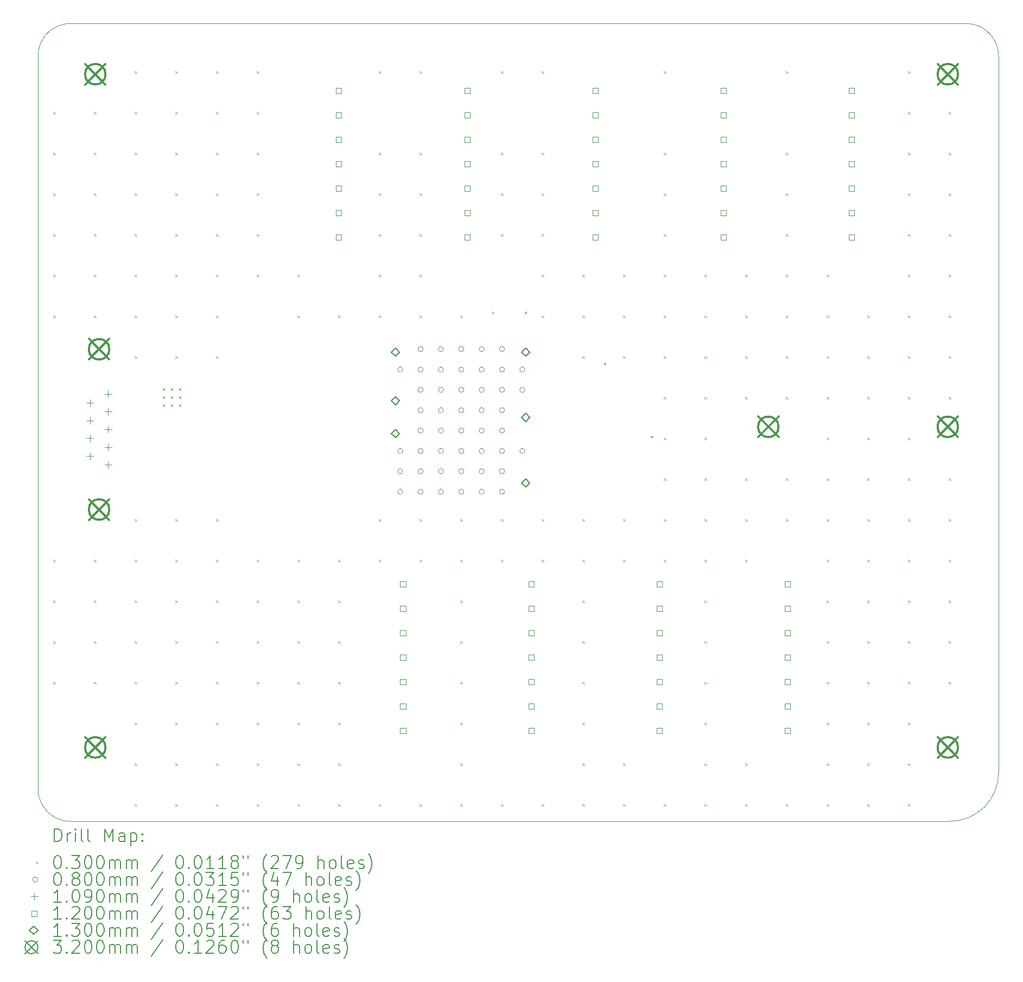
<source format=gbr>
%TF.GenerationSoftware,KiCad,Pcbnew,8.0.6*%
%TF.CreationDate,2024-12-10T16:09:20-05:00*%
%TF.ProjectId,Telem_PWR_Board,54656c65-6d5f-4505-9752-5f426f617264,rev?*%
%TF.SameCoordinates,Original*%
%TF.FileFunction,Drillmap*%
%TF.FilePolarity,Positive*%
%FSLAX45Y45*%
G04 Gerber Fmt 4.5, Leading zero omitted, Abs format (unit mm)*
G04 Created by KiCad (PCBNEW 8.0.6) date 2024-12-10 16:09:20*
%MOMM*%
%LPD*%
G01*
G04 APERTURE LIST*
%ADD10C,0.050000*%
%ADD11C,0.200000*%
%ADD12C,0.100000*%
%ADD13C,0.109000*%
%ADD14C,0.120000*%
%ADD15C,0.130000*%
%ADD16C,0.320000*%
G04 APERTURE END LIST*
D10*
X23114000Y-25654000D02*
G75*
G02*
X22606000Y-25146000I0J508000D01*
G01*
X22606000Y-19558000D02*
X22606000Y-13716000D01*
X36830000Y-25654000D02*
X23114000Y-25654000D01*
X37592000Y-13716000D02*
X37592000Y-24892000D01*
X23114000Y-13208000D02*
X37084000Y-13208000D01*
X37084000Y-13208000D02*
G75*
G02*
X37592000Y-13716000I0J-508000D01*
G01*
X22606000Y-13716000D02*
G75*
G02*
X23114000Y-13208000I508000J0D01*
G01*
X22606000Y-25146000D02*
X22606000Y-19558000D01*
X37592000Y-24892000D02*
G75*
G02*
X36830000Y-25654000I-762000J0D01*
G01*
D11*
D12*
X22845000Y-14590000D02*
X22875000Y-14620000D01*
X22875000Y-14590000D02*
X22845000Y-14620000D01*
X22845000Y-15225000D02*
X22875000Y-15255000D01*
X22875000Y-15225000D02*
X22845000Y-15255000D01*
X22845000Y-15860000D02*
X22875000Y-15890000D01*
X22875000Y-15860000D02*
X22845000Y-15890000D01*
X22845000Y-16495000D02*
X22875000Y-16525000D01*
X22875000Y-16495000D02*
X22845000Y-16525000D01*
X22845000Y-17130000D02*
X22875000Y-17160000D01*
X22875000Y-17130000D02*
X22845000Y-17160000D01*
X22845000Y-17765000D02*
X22875000Y-17795000D01*
X22875000Y-17765000D02*
X22845000Y-17795000D01*
X22845000Y-21575000D02*
X22875000Y-21605000D01*
X22875000Y-21575000D02*
X22845000Y-21605000D01*
X22845000Y-22210000D02*
X22875000Y-22240000D01*
X22875000Y-22210000D02*
X22845000Y-22240000D01*
X22845000Y-22845000D02*
X22875000Y-22875000D01*
X22875000Y-22845000D02*
X22845000Y-22875000D01*
X22845000Y-23480000D02*
X22875000Y-23510000D01*
X22875000Y-23480000D02*
X22845000Y-23510000D01*
X23480000Y-14590000D02*
X23510000Y-14620000D01*
X23510000Y-14590000D02*
X23480000Y-14620000D01*
X23480000Y-15225000D02*
X23510000Y-15255000D01*
X23510000Y-15225000D02*
X23480000Y-15255000D01*
X23480000Y-15860000D02*
X23510000Y-15890000D01*
X23510000Y-15860000D02*
X23480000Y-15890000D01*
X23480000Y-16495000D02*
X23510000Y-16525000D01*
X23510000Y-16495000D02*
X23480000Y-16525000D01*
X23480000Y-17130000D02*
X23510000Y-17160000D01*
X23510000Y-17130000D02*
X23480000Y-17160000D01*
X23480000Y-17765000D02*
X23510000Y-17795000D01*
X23510000Y-17765000D02*
X23480000Y-17795000D01*
X23480000Y-21575000D02*
X23510000Y-21605000D01*
X23510000Y-21575000D02*
X23480000Y-21605000D01*
X23480000Y-22210000D02*
X23510000Y-22240000D01*
X23510000Y-22210000D02*
X23480000Y-22240000D01*
X23480000Y-22845000D02*
X23510000Y-22875000D01*
X23510000Y-22845000D02*
X23480000Y-22875000D01*
X23480000Y-23480000D02*
X23510000Y-23510000D01*
X23510000Y-23480000D02*
X23480000Y-23510000D01*
X24115000Y-13955000D02*
X24145000Y-13985000D01*
X24145000Y-13955000D02*
X24115000Y-13985000D01*
X24115000Y-14590000D02*
X24145000Y-14620000D01*
X24145000Y-14590000D02*
X24115000Y-14620000D01*
X24115000Y-15225000D02*
X24145000Y-15255000D01*
X24145000Y-15225000D02*
X24115000Y-15255000D01*
X24115000Y-15860000D02*
X24145000Y-15890000D01*
X24145000Y-15860000D02*
X24115000Y-15890000D01*
X24115000Y-16495000D02*
X24145000Y-16525000D01*
X24145000Y-16495000D02*
X24115000Y-16525000D01*
X24115000Y-17130000D02*
X24145000Y-17160000D01*
X24145000Y-17130000D02*
X24115000Y-17160000D01*
X24115000Y-17765000D02*
X24145000Y-17795000D01*
X24145000Y-17765000D02*
X24115000Y-17795000D01*
X24115000Y-18400000D02*
X24145000Y-18430000D01*
X24145000Y-18400000D02*
X24115000Y-18430000D01*
X24115000Y-20940000D02*
X24145000Y-20970000D01*
X24145000Y-20940000D02*
X24115000Y-20970000D01*
X24115000Y-21575000D02*
X24145000Y-21605000D01*
X24145000Y-21575000D02*
X24115000Y-21605000D01*
X24115000Y-22210000D02*
X24145000Y-22240000D01*
X24145000Y-22210000D02*
X24115000Y-22240000D01*
X24115000Y-22845000D02*
X24145000Y-22875000D01*
X24145000Y-22845000D02*
X24115000Y-22875000D01*
X24115000Y-23480000D02*
X24145000Y-23510000D01*
X24145000Y-23480000D02*
X24115000Y-23510000D01*
X24115000Y-24115000D02*
X24145000Y-24145000D01*
X24145000Y-24115000D02*
X24115000Y-24145000D01*
X24115000Y-24750000D02*
X24145000Y-24780000D01*
X24145000Y-24750000D02*
X24115000Y-24780000D01*
X24115000Y-25385000D02*
X24145000Y-25415000D01*
X24145000Y-25385000D02*
X24115000Y-25415000D01*
X24552000Y-18898000D02*
X24582000Y-18928000D01*
X24582000Y-18898000D02*
X24552000Y-18928000D01*
X24552000Y-19025000D02*
X24582000Y-19055000D01*
X24582000Y-19025000D02*
X24552000Y-19055000D01*
X24552000Y-19152000D02*
X24582000Y-19182000D01*
X24582000Y-19152000D02*
X24552000Y-19182000D01*
X24679000Y-18898000D02*
X24709000Y-18928000D01*
X24709000Y-18898000D02*
X24679000Y-18928000D01*
X24679000Y-19025000D02*
X24709000Y-19055000D01*
X24709000Y-19025000D02*
X24679000Y-19055000D01*
X24679000Y-19152000D02*
X24709000Y-19182000D01*
X24709000Y-19152000D02*
X24679000Y-19182000D01*
X24750000Y-13955000D02*
X24780000Y-13985000D01*
X24780000Y-13955000D02*
X24750000Y-13985000D01*
X24750000Y-14590000D02*
X24780000Y-14620000D01*
X24780000Y-14590000D02*
X24750000Y-14620000D01*
X24750000Y-15225000D02*
X24780000Y-15255000D01*
X24780000Y-15225000D02*
X24750000Y-15255000D01*
X24750000Y-15860000D02*
X24780000Y-15890000D01*
X24780000Y-15860000D02*
X24750000Y-15890000D01*
X24750000Y-16495000D02*
X24780000Y-16525000D01*
X24780000Y-16495000D02*
X24750000Y-16525000D01*
X24750000Y-17130000D02*
X24780000Y-17160000D01*
X24780000Y-17130000D02*
X24750000Y-17160000D01*
X24750000Y-17765000D02*
X24780000Y-17795000D01*
X24780000Y-17765000D02*
X24750000Y-17795000D01*
X24750000Y-18400000D02*
X24780000Y-18430000D01*
X24780000Y-18400000D02*
X24750000Y-18430000D01*
X24750000Y-20940000D02*
X24780000Y-20970000D01*
X24780000Y-20940000D02*
X24750000Y-20970000D01*
X24750000Y-21575000D02*
X24780000Y-21605000D01*
X24780000Y-21575000D02*
X24750000Y-21605000D01*
X24750000Y-22210000D02*
X24780000Y-22240000D01*
X24780000Y-22210000D02*
X24750000Y-22240000D01*
X24750000Y-22845000D02*
X24780000Y-22875000D01*
X24780000Y-22845000D02*
X24750000Y-22875000D01*
X24750000Y-23480000D02*
X24780000Y-23510000D01*
X24780000Y-23480000D02*
X24750000Y-23510000D01*
X24750000Y-24115000D02*
X24780000Y-24145000D01*
X24780000Y-24115000D02*
X24750000Y-24145000D01*
X24750000Y-24750000D02*
X24780000Y-24780000D01*
X24780000Y-24750000D02*
X24750000Y-24780000D01*
X24750000Y-25385000D02*
X24780000Y-25415000D01*
X24780000Y-25385000D02*
X24750000Y-25415000D01*
X24806000Y-18898000D02*
X24836000Y-18928000D01*
X24836000Y-18898000D02*
X24806000Y-18928000D01*
X24806000Y-19025000D02*
X24836000Y-19055000D01*
X24836000Y-19025000D02*
X24806000Y-19055000D01*
X24806000Y-19152000D02*
X24836000Y-19182000D01*
X24836000Y-19152000D02*
X24806000Y-19182000D01*
X25385000Y-13955000D02*
X25415000Y-13985000D01*
X25415000Y-13955000D02*
X25385000Y-13985000D01*
X25385000Y-14590000D02*
X25415000Y-14620000D01*
X25415000Y-14590000D02*
X25385000Y-14620000D01*
X25385000Y-15225000D02*
X25415000Y-15255000D01*
X25415000Y-15225000D02*
X25385000Y-15255000D01*
X25385000Y-15860000D02*
X25415000Y-15890000D01*
X25415000Y-15860000D02*
X25385000Y-15890000D01*
X25385000Y-16495000D02*
X25415000Y-16525000D01*
X25415000Y-16495000D02*
X25385000Y-16525000D01*
X25385000Y-17130000D02*
X25415000Y-17160000D01*
X25415000Y-17130000D02*
X25385000Y-17160000D01*
X25385000Y-17765000D02*
X25415000Y-17795000D01*
X25415000Y-17765000D02*
X25385000Y-17795000D01*
X25385000Y-18400000D02*
X25415000Y-18430000D01*
X25415000Y-18400000D02*
X25385000Y-18430000D01*
X25385000Y-20940000D02*
X25415000Y-20970000D01*
X25415000Y-20940000D02*
X25385000Y-20970000D01*
X25385000Y-21575000D02*
X25415000Y-21605000D01*
X25415000Y-21575000D02*
X25385000Y-21605000D01*
X25385000Y-22210000D02*
X25415000Y-22240000D01*
X25415000Y-22210000D02*
X25385000Y-22240000D01*
X25385000Y-22845000D02*
X25415000Y-22875000D01*
X25415000Y-22845000D02*
X25385000Y-22875000D01*
X25385000Y-23480000D02*
X25415000Y-23510000D01*
X25415000Y-23480000D02*
X25385000Y-23510000D01*
X25385000Y-24115000D02*
X25415000Y-24145000D01*
X25415000Y-24115000D02*
X25385000Y-24145000D01*
X25385000Y-24750000D02*
X25415000Y-24780000D01*
X25415000Y-24750000D02*
X25385000Y-24780000D01*
X25385000Y-25385000D02*
X25415000Y-25415000D01*
X25415000Y-25385000D02*
X25385000Y-25415000D01*
X26020000Y-13955000D02*
X26050000Y-13985000D01*
X26050000Y-13955000D02*
X26020000Y-13985000D01*
X26020000Y-14590000D02*
X26050000Y-14620000D01*
X26050000Y-14590000D02*
X26020000Y-14620000D01*
X26020000Y-15225000D02*
X26050000Y-15255000D01*
X26050000Y-15225000D02*
X26020000Y-15255000D01*
X26020000Y-15860000D02*
X26050000Y-15890000D01*
X26050000Y-15860000D02*
X26020000Y-15890000D01*
X26020000Y-16495000D02*
X26050000Y-16525000D01*
X26050000Y-16495000D02*
X26020000Y-16525000D01*
X26020000Y-17130000D02*
X26050000Y-17160000D01*
X26050000Y-17130000D02*
X26020000Y-17160000D01*
X26020000Y-21575000D02*
X26050000Y-21605000D01*
X26050000Y-21575000D02*
X26020000Y-21605000D01*
X26020000Y-22210000D02*
X26050000Y-22240000D01*
X26050000Y-22210000D02*
X26020000Y-22240000D01*
X26020000Y-22845000D02*
X26050000Y-22875000D01*
X26050000Y-22845000D02*
X26020000Y-22875000D01*
X26020000Y-23480000D02*
X26050000Y-23510000D01*
X26050000Y-23480000D02*
X26020000Y-23510000D01*
X26020000Y-24115000D02*
X26050000Y-24145000D01*
X26050000Y-24115000D02*
X26020000Y-24145000D01*
X26020000Y-24750000D02*
X26050000Y-24780000D01*
X26050000Y-24750000D02*
X26020000Y-24780000D01*
X26020000Y-25385000D02*
X26050000Y-25415000D01*
X26050000Y-25385000D02*
X26020000Y-25415000D01*
X26655000Y-17130000D02*
X26685000Y-17160000D01*
X26685000Y-17130000D02*
X26655000Y-17160000D01*
X26655000Y-17765000D02*
X26685000Y-17795000D01*
X26685000Y-17765000D02*
X26655000Y-17795000D01*
X26655000Y-21575000D02*
X26685000Y-21605000D01*
X26685000Y-21575000D02*
X26655000Y-21605000D01*
X26655000Y-22210000D02*
X26685000Y-22240000D01*
X26685000Y-22210000D02*
X26655000Y-22240000D01*
X26655000Y-22845000D02*
X26685000Y-22875000D01*
X26685000Y-22845000D02*
X26655000Y-22875000D01*
X26655000Y-23480000D02*
X26685000Y-23510000D01*
X26685000Y-23480000D02*
X26655000Y-23510000D01*
X26655000Y-24115000D02*
X26685000Y-24145000D01*
X26685000Y-24115000D02*
X26655000Y-24145000D01*
X26655000Y-24750000D02*
X26685000Y-24780000D01*
X26685000Y-24750000D02*
X26655000Y-24780000D01*
X26655000Y-25385000D02*
X26685000Y-25415000D01*
X26685000Y-25385000D02*
X26655000Y-25415000D01*
X27290000Y-17765000D02*
X27320000Y-17795000D01*
X27320000Y-17765000D02*
X27290000Y-17795000D01*
X27290000Y-21575000D02*
X27320000Y-21605000D01*
X27320000Y-21575000D02*
X27290000Y-21605000D01*
X27290000Y-22210000D02*
X27320000Y-22240000D01*
X27320000Y-22210000D02*
X27290000Y-22240000D01*
X27290000Y-22845000D02*
X27320000Y-22875000D01*
X27320000Y-22845000D02*
X27290000Y-22875000D01*
X27290000Y-23480000D02*
X27320000Y-23510000D01*
X27320000Y-23480000D02*
X27290000Y-23510000D01*
X27290000Y-24115000D02*
X27320000Y-24145000D01*
X27320000Y-24115000D02*
X27290000Y-24145000D01*
X27290000Y-24750000D02*
X27320000Y-24780000D01*
X27320000Y-24750000D02*
X27290000Y-24780000D01*
X27290000Y-25385000D02*
X27320000Y-25415000D01*
X27320000Y-25385000D02*
X27290000Y-25415000D01*
X27925000Y-13955000D02*
X27955000Y-13985000D01*
X27955000Y-13955000D02*
X27925000Y-13985000D01*
X27925000Y-15225000D02*
X27955000Y-15255000D01*
X27955000Y-15225000D02*
X27925000Y-15255000D01*
X27925000Y-15860000D02*
X27955000Y-15890000D01*
X27955000Y-15860000D02*
X27925000Y-15890000D01*
X27925000Y-16495000D02*
X27955000Y-16525000D01*
X27955000Y-16495000D02*
X27925000Y-16525000D01*
X27925000Y-17130000D02*
X27955000Y-17160000D01*
X27955000Y-17130000D02*
X27925000Y-17160000D01*
X27925000Y-17765000D02*
X27955000Y-17795000D01*
X27955000Y-17765000D02*
X27925000Y-17795000D01*
X27925000Y-20940000D02*
X27955000Y-20970000D01*
X27955000Y-20940000D02*
X27925000Y-20970000D01*
X27925000Y-21575000D02*
X27955000Y-21605000D01*
X27955000Y-21575000D02*
X27925000Y-21605000D01*
X27925000Y-25385000D02*
X27955000Y-25415000D01*
X27955000Y-25385000D02*
X27925000Y-25415000D01*
X28560000Y-13955000D02*
X28590000Y-13985000D01*
X28590000Y-13955000D02*
X28560000Y-13985000D01*
X28560000Y-15225000D02*
X28590000Y-15255000D01*
X28590000Y-15225000D02*
X28560000Y-15255000D01*
X28560000Y-15860000D02*
X28590000Y-15890000D01*
X28590000Y-15860000D02*
X28560000Y-15890000D01*
X28560000Y-16495000D02*
X28590000Y-16525000D01*
X28590000Y-16495000D02*
X28560000Y-16525000D01*
X28560000Y-17130000D02*
X28590000Y-17160000D01*
X28590000Y-17130000D02*
X28560000Y-17160000D01*
X28560000Y-17765000D02*
X28590000Y-17795000D01*
X28590000Y-17765000D02*
X28560000Y-17795000D01*
X28560000Y-20940000D02*
X28590000Y-20970000D01*
X28590000Y-20940000D02*
X28560000Y-20970000D01*
X28560000Y-21575000D02*
X28590000Y-21605000D01*
X28590000Y-21575000D02*
X28560000Y-21605000D01*
X28560000Y-25385000D02*
X28590000Y-25415000D01*
X28590000Y-25385000D02*
X28560000Y-25415000D01*
X29195000Y-17765000D02*
X29225000Y-17795000D01*
X29225000Y-17765000D02*
X29195000Y-17795000D01*
X29195000Y-20940000D02*
X29225000Y-20970000D01*
X29225000Y-20940000D02*
X29195000Y-20970000D01*
X29195000Y-21575000D02*
X29225000Y-21605000D01*
X29225000Y-21575000D02*
X29195000Y-21605000D01*
X29195000Y-22210000D02*
X29225000Y-22240000D01*
X29225000Y-22210000D02*
X29195000Y-22240000D01*
X29195000Y-22845000D02*
X29225000Y-22875000D01*
X29225000Y-22845000D02*
X29195000Y-22875000D01*
X29195000Y-23480000D02*
X29225000Y-23510000D01*
X29225000Y-23480000D02*
X29195000Y-23510000D01*
X29195000Y-24115000D02*
X29225000Y-24145000D01*
X29225000Y-24115000D02*
X29195000Y-24145000D01*
X29195000Y-24750000D02*
X29225000Y-24780000D01*
X29225000Y-24750000D02*
X29195000Y-24780000D01*
X29195000Y-25385000D02*
X29225000Y-25415000D01*
X29225000Y-25385000D02*
X29195000Y-25415000D01*
X29685022Y-17704316D02*
X29715022Y-17734316D01*
X29715022Y-17704316D02*
X29685022Y-17734316D01*
X29830000Y-13955000D02*
X29860000Y-13985000D01*
X29860000Y-13955000D02*
X29830000Y-13985000D01*
X29830000Y-15225000D02*
X29860000Y-15255000D01*
X29860000Y-15225000D02*
X29830000Y-15255000D01*
X29830000Y-15860000D02*
X29860000Y-15890000D01*
X29860000Y-15860000D02*
X29830000Y-15890000D01*
X29830000Y-16495000D02*
X29860000Y-16525000D01*
X29860000Y-16495000D02*
X29830000Y-16525000D01*
X29830000Y-20940000D02*
X29860000Y-20970000D01*
X29860000Y-20940000D02*
X29830000Y-20970000D01*
X29830000Y-21575000D02*
X29860000Y-21605000D01*
X29860000Y-21575000D02*
X29830000Y-21605000D01*
X29830000Y-25385000D02*
X29860000Y-25415000D01*
X29860000Y-25385000D02*
X29830000Y-25415000D01*
X30200022Y-17705316D02*
X30230022Y-17735316D01*
X30230022Y-17705316D02*
X30200022Y-17735316D01*
X30465000Y-13955000D02*
X30495000Y-13985000D01*
X30495000Y-13955000D02*
X30465000Y-13985000D01*
X30465000Y-15225000D02*
X30495000Y-15255000D01*
X30495000Y-15225000D02*
X30465000Y-15255000D01*
X30465000Y-15860000D02*
X30495000Y-15890000D01*
X30495000Y-15860000D02*
X30465000Y-15890000D01*
X30465000Y-16495000D02*
X30495000Y-16525000D01*
X30495000Y-16495000D02*
X30465000Y-16525000D01*
X30465000Y-17130000D02*
X30495000Y-17160000D01*
X30495000Y-17130000D02*
X30465000Y-17160000D01*
X30465000Y-17765000D02*
X30495000Y-17795000D01*
X30495000Y-17765000D02*
X30465000Y-17795000D01*
X30465000Y-20940000D02*
X30495000Y-20970000D01*
X30495000Y-20940000D02*
X30465000Y-20970000D01*
X30465000Y-21575000D02*
X30495000Y-21605000D01*
X30495000Y-21575000D02*
X30465000Y-21605000D01*
X30465000Y-25385000D02*
X30495000Y-25415000D01*
X30495000Y-25385000D02*
X30465000Y-25415000D01*
X31100000Y-17130000D02*
X31130000Y-17160000D01*
X31130000Y-17130000D02*
X31100000Y-17160000D01*
X31100000Y-17765000D02*
X31130000Y-17795000D01*
X31130000Y-17765000D02*
X31100000Y-17795000D01*
X31100000Y-18400000D02*
X31130000Y-18430000D01*
X31130000Y-18400000D02*
X31100000Y-18430000D01*
X31100000Y-20940000D02*
X31130000Y-20970000D01*
X31130000Y-20940000D02*
X31100000Y-20970000D01*
X31100000Y-21575000D02*
X31130000Y-21605000D01*
X31130000Y-21575000D02*
X31100000Y-21605000D01*
X31100000Y-22210000D02*
X31130000Y-22240000D01*
X31130000Y-22210000D02*
X31100000Y-22240000D01*
X31100000Y-22845000D02*
X31130000Y-22875000D01*
X31130000Y-22845000D02*
X31100000Y-22875000D01*
X31100000Y-23480000D02*
X31130000Y-23510000D01*
X31130000Y-23480000D02*
X31100000Y-23510000D01*
X31100000Y-24115000D02*
X31130000Y-24145000D01*
X31130000Y-24115000D02*
X31100000Y-24145000D01*
X31100000Y-24750000D02*
X31130000Y-24780000D01*
X31130000Y-24750000D02*
X31100000Y-24780000D01*
X31100000Y-25385000D02*
X31130000Y-25415000D01*
X31130000Y-25385000D02*
X31100000Y-25415000D01*
X31434000Y-18499250D02*
X31464000Y-18529250D01*
X31464000Y-18499250D02*
X31434000Y-18529250D01*
X31735000Y-17130000D02*
X31765000Y-17160000D01*
X31765000Y-17130000D02*
X31735000Y-17160000D01*
X31735000Y-17765000D02*
X31765000Y-17795000D01*
X31765000Y-17765000D02*
X31735000Y-17795000D01*
X31735000Y-18400000D02*
X31765000Y-18430000D01*
X31765000Y-18400000D02*
X31735000Y-18430000D01*
X31735000Y-20940000D02*
X31765000Y-20970000D01*
X31765000Y-20940000D02*
X31735000Y-20970000D01*
X31735000Y-21575000D02*
X31765000Y-21605000D01*
X31765000Y-21575000D02*
X31735000Y-21605000D01*
X31735000Y-24750000D02*
X31765000Y-24780000D01*
X31765000Y-24750000D02*
X31735000Y-24780000D01*
X31735000Y-25385000D02*
X31765000Y-25415000D01*
X31765000Y-25385000D02*
X31735000Y-25415000D01*
X32165000Y-19639000D02*
X32195000Y-19669000D01*
X32195000Y-19639000D02*
X32165000Y-19669000D01*
X32370000Y-13955000D02*
X32400000Y-13985000D01*
X32400000Y-13955000D02*
X32370000Y-13985000D01*
X32370000Y-15225000D02*
X32400000Y-15255000D01*
X32400000Y-15225000D02*
X32370000Y-15255000D01*
X32370000Y-15860000D02*
X32400000Y-15890000D01*
X32400000Y-15860000D02*
X32370000Y-15890000D01*
X32370000Y-16495000D02*
X32400000Y-16525000D01*
X32400000Y-16495000D02*
X32370000Y-16525000D01*
X32370000Y-17130000D02*
X32400000Y-17160000D01*
X32400000Y-17130000D02*
X32370000Y-17160000D01*
X32370000Y-17765000D02*
X32400000Y-17795000D01*
X32400000Y-17765000D02*
X32370000Y-17795000D01*
X32370000Y-18400000D02*
X32400000Y-18430000D01*
X32400000Y-18400000D02*
X32370000Y-18430000D01*
X32370000Y-19035000D02*
X32400000Y-19065000D01*
X32400000Y-19035000D02*
X32370000Y-19065000D01*
X32370000Y-19670000D02*
X32400000Y-19700000D01*
X32400000Y-19670000D02*
X32370000Y-19700000D01*
X32370000Y-20305000D02*
X32400000Y-20335000D01*
X32400000Y-20305000D02*
X32370000Y-20335000D01*
X32370000Y-20940000D02*
X32400000Y-20970000D01*
X32400000Y-20940000D02*
X32370000Y-20970000D01*
X32370000Y-21575000D02*
X32400000Y-21605000D01*
X32400000Y-21575000D02*
X32370000Y-21605000D01*
X32370000Y-25385000D02*
X32400000Y-25415000D01*
X32400000Y-25385000D02*
X32370000Y-25415000D01*
X33005000Y-17130000D02*
X33035000Y-17160000D01*
X33035000Y-17130000D02*
X33005000Y-17160000D01*
X33005000Y-17765000D02*
X33035000Y-17795000D01*
X33035000Y-17765000D02*
X33005000Y-17795000D01*
X33005000Y-18400000D02*
X33035000Y-18430000D01*
X33035000Y-18400000D02*
X33005000Y-18430000D01*
X33005000Y-19035000D02*
X33035000Y-19065000D01*
X33035000Y-19035000D02*
X33005000Y-19065000D01*
X33005000Y-19670000D02*
X33035000Y-19700000D01*
X33035000Y-19670000D02*
X33005000Y-19700000D01*
X33005000Y-20305000D02*
X33035000Y-20335000D01*
X33035000Y-20305000D02*
X33005000Y-20335000D01*
X33005000Y-20940000D02*
X33035000Y-20970000D01*
X33035000Y-20940000D02*
X33005000Y-20970000D01*
X33005000Y-21575000D02*
X33035000Y-21605000D01*
X33035000Y-21575000D02*
X33005000Y-21605000D01*
X33005000Y-22210000D02*
X33035000Y-22240000D01*
X33035000Y-22210000D02*
X33005000Y-22240000D01*
X33005000Y-22845000D02*
X33035000Y-22875000D01*
X33035000Y-22845000D02*
X33005000Y-22875000D01*
X33005000Y-23480000D02*
X33035000Y-23510000D01*
X33035000Y-23480000D02*
X33005000Y-23510000D01*
X33005000Y-24115000D02*
X33035000Y-24145000D01*
X33035000Y-24115000D02*
X33005000Y-24145000D01*
X33005000Y-24750000D02*
X33035000Y-24780000D01*
X33035000Y-24750000D02*
X33005000Y-24780000D01*
X33005000Y-25385000D02*
X33035000Y-25415000D01*
X33035000Y-25385000D02*
X33005000Y-25415000D01*
X33640000Y-17130000D02*
X33670000Y-17160000D01*
X33670000Y-17130000D02*
X33640000Y-17160000D01*
X33640000Y-17765000D02*
X33670000Y-17795000D01*
X33670000Y-17765000D02*
X33640000Y-17795000D01*
X33640000Y-18400000D02*
X33670000Y-18430000D01*
X33670000Y-18400000D02*
X33640000Y-18430000D01*
X33640000Y-19035000D02*
X33670000Y-19065000D01*
X33670000Y-19035000D02*
X33640000Y-19065000D01*
X33640000Y-20305000D02*
X33670000Y-20335000D01*
X33670000Y-20305000D02*
X33640000Y-20335000D01*
X33640000Y-20940000D02*
X33670000Y-20970000D01*
X33670000Y-20940000D02*
X33640000Y-20970000D01*
X33640000Y-21575000D02*
X33670000Y-21605000D01*
X33670000Y-21575000D02*
X33640000Y-21605000D01*
X33640000Y-24750000D02*
X33670000Y-24780000D01*
X33670000Y-24750000D02*
X33640000Y-24780000D01*
X33640000Y-25385000D02*
X33670000Y-25415000D01*
X33670000Y-25385000D02*
X33640000Y-25415000D01*
X34275000Y-13955000D02*
X34305000Y-13985000D01*
X34305000Y-13955000D02*
X34275000Y-13985000D01*
X34275000Y-15225000D02*
X34305000Y-15255000D01*
X34305000Y-15225000D02*
X34275000Y-15255000D01*
X34275000Y-15860000D02*
X34305000Y-15890000D01*
X34305000Y-15860000D02*
X34275000Y-15890000D01*
X34275000Y-16495000D02*
X34305000Y-16525000D01*
X34305000Y-16495000D02*
X34275000Y-16525000D01*
X34275000Y-17130000D02*
X34305000Y-17160000D01*
X34305000Y-17130000D02*
X34275000Y-17160000D01*
X34275000Y-17765000D02*
X34305000Y-17795000D01*
X34305000Y-17765000D02*
X34275000Y-17795000D01*
X34275000Y-18400000D02*
X34305000Y-18430000D01*
X34305000Y-18400000D02*
X34275000Y-18430000D01*
X34275000Y-19035000D02*
X34305000Y-19065000D01*
X34305000Y-19035000D02*
X34275000Y-19065000D01*
X34275000Y-20305000D02*
X34305000Y-20335000D01*
X34305000Y-20305000D02*
X34275000Y-20335000D01*
X34275000Y-20940000D02*
X34305000Y-20970000D01*
X34305000Y-20940000D02*
X34275000Y-20970000D01*
X34275000Y-25385000D02*
X34305000Y-25415000D01*
X34305000Y-25385000D02*
X34275000Y-25415000D01*
X34910000Y-17130000D02*
X34940000Y-17160000D01*
X34940000Y-17130000D02*
X34910000Y-17160000D01*
X34910000Y-17765000D02*
X34940000Y-17795000D01*
X34940000Y-17765000D02*
X34910000Y-17795000D01*
X34910000Y-18400000D02*
X34940000Y-18430000D01*
X34940000Y-18400000D02*
X34910000Y-18430000D01*
X34910000Y-19035000D02*
X34940000Y-19065000D01*
X34940000Y-19035000D02*
X34910000Y-19065000D01*
X34910000Y-19670000D02*
X34940000Y-19700000D01*
X34940000Y-19670000D02*
X34910000Y-19700000D01*
X34910000Y-20305000D02*
X34940000Y-20335000D01*
X34940000Y-20305000D02*
X34910000Y-20335000D01*
X34910000Y-20940000D02*
X34940000Y-20970000D01*
X34940000Y-20940000D02*
X34910000Y-20970000D01*
X34910000Y-21575000D02*
X34940000Y-21605000D01*
X34940000Y-21575000D02*
X34910000Y-21605000D01*
X34910000Y-22210000D02*
X34940000Y-22240000D01*
X34940000Y-22210000D02*
X34910000Y-22240000D01*
X34910000Y-22845000D02*
X34940000Y-22875000D01*
X34940000Y-22845000D02*
X34910000Y-22875000D01*
X34910000Y-23480000D02*
X34940000Y-23510000D01*
X34940000Y-23480000D02*
X34910000Y-23510000D01*
X34910000Y-24115000D02*
X34940000Y-24145000D01*
X34940000Y-24115000D02*
X34910000Y-24145000D01*
X34910000Y-24750000D02*
X34940000Y-24780000D01*
X34940000Y-24750000D02*
X34910000Y-24780000D01*
X34910000Y-25385000D02*
X34940000Y-25415000D01*
X34940000Y-25385000D02*
X34910000Y-25415000D01*
X35545000Y-17765000D02*
X35575000Y-17795000D01*
X35575000Y-17765000D02*
X35545000Y-17795000D01*
X35545000Y-18400000D02*
X35575000Y-18430000D01*
X35575000Y-18400000D02*
X35545000Y-18430000D01*
X35545000Y-19035000D02*
X35575000Y-19065000D01*
X35575000Y-19035000D02*
X35545000Y-19065000D01*
X35545000Y-19670000D02*
X35575000Y-19700000D01*
X35575000Y-19670000D02*
X35545000Y-19700000D01*
X35545000Y-20305000D02*
X35575000Y-20335000D01*
X35575000Y-20305000D02*
X35545000Y-20335000D01*
X35545000Y-20940000D02*
X35575000Y-20970000D01*
X35575000Y-20940000D02*
X35545000Y-20970000D01*
X35545000Y-21575000D02*
X35575000Y-21605000D01*
X35575000Y-21575000D02*
X35545000Y-21605000D01*
X35545000Y-22210000D02*
X35575000Y-22240000D01*
X35575000Y-22210000D02*
X35545000Y-22240000D01*
X35545000Y-22845000D02*
X35575000Y-22875000D01*
X35575000Y-22845000D02*
X35545000Y-22875000D01*
X35545000Y-23480000D02*
X35575000Y-23510000D01*
X35575000Y-23480000D02*
X35545000Y-23510000D01*
X35545000Y-24115000D02*
X35575000Y-24145000D01*
X35575000Y-24115000D02*
X35545000Y-24145000D01*
X35545000Y-24750000D02*
X35575000Y-24780000D01*
X35575000Y-24750000D02*
X35545000Y-24780000D01*
X35545000Y-25385000D02*
X35575000Y-25415000D01*
X35575000Y-25385000D02*
X35545000Y-25415000D01*
X36180000Y-13955000D02*
X36210000Y-13985000D01*
X36210000Y-13955000D02*
X36180000Y-13985000D01*
X36180000Y-14590000D02*
X36210000Y-14620000D01*
X36210000Y-14590000D02*
X36180000Y-14620000D01*
X36180000Y-15225000D02*
X36210000Y-15255000D01*
X36210000Y-15225000D02*
X36180000Y-15255000D01*
X36180000Y-15860000D02*
X36210000Y-15890000D01*
X36210000Y-15860000D02*
X36180000Y-15890000D01*
X36180000Y-16495000D02*
X36210000Y-16525000D01*
X36210000Y-16495000D02*
X36180000Y-16525000D01*
X36180000Y-17130000D02*
X36210000Y-17160000D01*
X36210000Y-17130000D02*
X36180000Y-17160000D01*
X36180000Y-17765000D02*
X36210000Y-17795000D01*
X36210000Y-17765000D02*
X36180000Y-17795000D01*
X36180000Y-18400000D02*
X36210000Y-18430000D01*
X36210000Y-18400000D02*
X36180000Y-18430000D01*
X36180000Y-19035000D02*
X36210000Y-19065000D01*
X36210000Y-19035000D02*
X36180000Y-19065000D01*
X36180000Y-19670000D02*
X36210000Y-19700000D01*
X36210000Y-19670000D02*
X36180000Y-19700000D01*
X36180000Y-20305000D02*
X36210000Y-20335000D01*
X36210000Y-20305000D02*
X36180000Y-20335000D01*
X36180000Y-20940000D02*
X36210000Y-20970000D01*
X36210000Y-20940000D02*
X36180000Y-20970000D01*
X36180000Y-21575000D02*
X36210000Y-21605000D01*
X36210000Y-21575000D02*
X36180000Y-21605000D01*
X36180000Y-22210000D02*
X36210000Y-22240000D01*
X36210000Y-22210000D02*
X36180000Y-22240000D01*
X36180000Y-22845000D02*
X36210000Y-22875000D01*
X36210000Y-22845000D02*
X36180000Y-22875000D01*
X36180000Y-23480000D02*
X36210000Y-23510000D01*
X36210000Y-23480000D02*
X36180000Y-23510000D01*
X36180000Y-24115000D02*
X36210000Y-24145000D01*
X36210000Y-24115000D02*
X36180000Y-24145000D01*
X36180000Y-24750000D02*
X36210000Y-24780000D01*
X36210000Y-24750000D02*
X36180000Y-24780000D01*
X36180000Y-25385000D02*
X36210000Y-25415000D01*
X36210000Y-25385000D02*
X36180000Y-25415000D01*
X36815000Y-14590000D02*
X36845000Y-14620000D01*
X36845000Y-14590000D02*
X36815000Y-14620000D01*
X36815000Y-15225000D02*
X36845000Y-15255000D01*
X36845000Y-15225000D02*
X36815000Y-15255000D01*
X36815000Y-15860000D02*
X36845000Y-15890000D01*
X36845000Y-15860000D02*
X36815000Y-15890000D01*
X36815000Y-16495000D02*
X36845000Y-16525000D01*
X36845000Y-16495000D02*
X36815000Y-16525000D01*
X36815000Y-17130000D02*
X36845000Y-17160000D01*
X36845000Y-17130000D02*
X36815000Y-17160000D01*
X36815000Y-17765000D02*
X36845000Y-17795000D01*
X36845000Y-17765000D02*
X36815000Y-17795000D01*
X36815000Y-18400000D02*
X36845000Y-18430000D01*
X36845000Y-18400000D02*
X36815000Y-18430000D01*
X36815000Y-19035000D02*
X36845000Y-19065000D01*
X36845000Y-19035000D02*
X36815000Y-19065000D01*
X36815000Y-20305000D02*
X36845000Y-20335000D01*
X36845000Y-20305000D02*
X36815000Y-20335000D01*
X36815000Y-20940000D02*
X36845000Y-20970000D01*
X36845000Y-20940000D02*
X36815000Y-20970000D01*
X36815000Y-21575000D02*
X36845000Y-21605000D01*
X36845000Y-21575000D02*
X36815000Y-21605000D01*
X36815000Y-22210000D02*
X36845000Y-22240000D01*
X36845000Y-22210000D02*
X36815000Y-22240000D01*
X36815000Y-22845000D02*
X36845000Y-22875000D01*
X36845000Y-22845000D02*
X36815000Y-22875000D01*
X36815000Y-23480000D02*
X36845000Y-23510000D01*
X36845000Y-23480000D02*
X36815000Y-23510000D01*
X28297500Y-18605500D02*
G75*
G02*
X28217500Y-18605500I-40000J0D01*
G01*
X28217500Y-18605500D02*
G75*
G02*
X28297500Y-18605500I40000J0D01*
G01*
X28297500Y-19875500D02*
G75*
G02*
X28217500Y-19875500I-40000J0D01*
G01*
X28217500Y-19875500D02*
G75*
G02*
X28297500Y-19875500I40000J0D01*
G01*
X28297500Y-20193000D02*
G75*
G02*
X28217500Y-20193000I-40000J0D01*
G01*
X28217500Y-20193000D02*
G75*
G02*
X28297500Y-20193000I40000J0D01*
G01*
X28297500Y-20510500D02*
G75*
G02*
X28217500Y-20510500I-40000J0D01*
G01*
X28217500Y-20510500D02*
G75*
G02*
X28297500Y-20510500I40000J0D01*
G01*
X28615000Y-18288000D02*
G75*
G02*
X28535000Y-18288000I-40000J0D01*
G01*
X28535000Y-18288000D02*
G75*
G02*
X28615000Y-18288000I40000J0D01*
G01*
X28615000Y-18605500D02*
G75*
G02*
X28535000Y-18605500I-40000J0D01*
G01*
X28535000Y-18605500D02*
G75*
G02*
X28615000Y-18605500I40000J0D01*
G01*
X28615000Y-18923000D02*
G75*
G02*
X28535000Y-18923000I-40000J0D01*
G01*
X28535000Y-18923000D02*
G75*
G02*
X28615000Y-18923000I40000J0D01*
G01*
X28615000Y-19240500D02*
G75*
G02*
X28535000Y-19240500I-40000J0D01*
G01*
X28535000Y-19240500D02*
G75*
G02*
X28615000Y-19240500I40000J0D01*
G01*
X28615000Y-19558000D02*
G75*
G02*
X28535000Y-19558000I-40000J0D01*
G01*
X28535000Y-19558000D02*
G75*
G02*
X28615000Y-19558000I40000J0D01*
G01*
X28615000Y-19875500D02*
G75*
G02*
X28535000Y-19875500I-40000J0D01*
G01*
X28535000Y-19875500D02*
G75*
G02*
X28615000Y-19875500I40000J0D01*
G01*
X28615000Y-20193000D02*
G75*
G02*
X28535000Y-20193000I-40000J0D01*
G01*
X28535000Y-20193000D02*
G75*
G02*
X28615000Y-20193000I40000J0D01*
G01*
X28615000Y-20510500D02*
G75*
G02*
X28535000Y-20510500I-40000J0D01*
G01*
X28535000Y-20510500D02*
G75*
G02*
X28615000Y-20510500I40000J0D01*
G01*
X28932500Y-18288000D02*
G75*
G02*
X28852500Y-18288000I-40000J0D01*
G01*
X28852500Y-18288000D02*
G75*
G02*
X28932500Y-18288000I40000J0D01*
G01*
X28932500Y-18605500D02*
G75*
G02*
X28852500Y-18605500I-40000J0D01*
G01*
X28852500Y-18605500D02*
G75*
G02*
X28932500Y-18605500I40000J0D01*
G01*
X28932500Y-18923000D02*
G75*
G02*
X28852500Y-18923000I-40000J0D01*
G01*
X28852500Y-18923000D02*
G75*
G02*
X28932500Y-18923000I40000J0D01*
G01*
X28932500Y-19240500D02*
G75*
G02*
X28852500Y-19240500I-40000J0D01*
G01*
X28852500Y-19240500D02*
G75*
G02*
X28932500Y-19240500I40000J0D01*
G01*
X28932500Y-19558000D02*
G75*
G02*
X28852500Y-19558000I-40000J0D01*
G01*
X28852500Y-19558000D02*
G75*
G02*
X28932500Y-19558000I40000J0D01*
G01*
X28932500Y-19875500D02*
G75*
G02*
X28852500Y-19875500I-40000J0D01*
G01*
X28852500Y-19875500D02*
G75*
G02*
X28932500Y-19875500I40000J0D01*
G01*
X28932500Y-20193000D02*
G75*
G02*
X28852500Y-20193000I-40000J0D01*
G01*
X28852500Y-20193000D02*
G75*
G02*
X28932500Y-20193000I40000J0D01*
G01*
X28932500Y-20510500D02*
G75*
G02*
X28852500Y-20510500I-40000J0D01*
G01*
X28852500Y-20510500D02*
G75*
G02*
X28932500Y-20510500I40000J0D01*
G01*
X29250000Y-18288000D02*
G75*
G02*
X29170000Y-18288000I-40000J0D01*
G01*
X29170000Y-18288000D02*
G75*
G02*
X29250000Y-18288000I40000J0D01*
G01*
X29250000Y-18605500D02*
G75*
G02*
X29170000Y-18605500I-40000J0D01*
G01*
X29170000Y-18605500D02*
G75*
G02*
X29250000Y-18605500I40000J0D01*
G01*
X29250000Y-18923000D02*
G75*
G02*
X29170000Y-18923000I-40000J0D01*
G01*
X29170000Y-18923000D02*
G75*
G02*
X29250000Y-18923000I40000J0D01*
G01*
X29250000Y-19240500D02*
G75*
G02*
X29170000Y-19240500I-40000J0D01*
G01*
X29170000Y-19240500D02*
G75*
G02*
X29250000Y-19240500I40000J0D01*
G01*
X29250000Y-19558000D02*
G75*
G02*
X29170000Y-19558000I-40000J0D01*
G01*
X29170000Y-19558000D02*
G75*
G02*
X29250000Y-19558000I40000J0D01*
G01*
X29250000Y-19875500D02*
G75*
G02*
X29170000Y-19875500I-40000J0D01*
G01*
X29170000Y-19875500D02*
G75*
G02*
X29250000Y-19875500I40000J0D01*
G01*
X29250000Y-20193000D02*
G75*
G02*
X29170000Y-20193000I-40000J0D01*
G01*
X29170000Y-20193000D02*
G75*
G02*
X29250000Y-20193000I40000J0D01*
G01*
X29250000Y-20510500D02*
G75*
G02*
X29170000Y-20510500I-40000J0D01*
G01*
X29170000Y-20510500D02*
G75*
G02*
X29250000Y-20510500I40000J0D01*
G01*
X29567500Y-18288000D02*
G75*
G02*
X29487500Y-18288000I-40000J0D01*
G01*
X29487500Y-18288000D02*
G75*
G02*
X29567500Y-18288000I40000J0D01*
G01*
X29567500Y-18605500D02*
G75*
G02*
X29487500Y-18605500I-40000J0D01*
G01*
X29487500Y-18605500D02*
G75*
G02*
X29567500Y-18605500I40000J0D01*
G01*
X29567500Y-18923000D02*
G75*
G02*
X29487500Y-18923000I-40000J0D01*
G01*
X29487500Y-18923000D02*
G75*
G02*
X29567500Y-18923000I40000J0D01*
G01*
X29567500Y-19240500D02*
G75*
G02*
X29487500Y-19240500I-40000J0D01*
G01*
X29487500Y-19240500D02*
G75*
G02*
X29567500Y-19240500I40000J0D01*
G01*
X29567500Y-19558000D02*
G75*
G02*
X29487500Y-19558000I-40000J0D01*
G01*
X29487500Y-19558000D02*
G75*
G02*
X29567500Y-19558000I40000J0D01*
G01*
X29567500Y-19875500D02*
G75*
G02*
X29487500Y-19875500I-40000J0D01*
G01*
X29487500Y-19875500D02*
G75*
G02*
X29567500Y-19875500I40000J0D01*
G01*
X29567500Y-20193000D02*
G75*
G02*
X29487500Y-20193000I-40000J0D01*
G01*
X29487500Y-20193000D02*
G75*
G02*
X29567500Y-20193000I40000J0D01*
G01*
X29567500Y-20510500D02*
G75*
G02*
X29487500Y-20510500I-40000J0D01*
G01*
X29487500Y-20510500D02*
G75*
G02*
X29567500Y-20510500I40000J0D01*
G01*
X29885000Y-18288000D02*
G75*
G02*
X29805000Y-18288000I-40000J0D01*
G01*
X29805000Y-18288000D02*
G75*
G02*
X29885000Y-18288000I40000J0D01*
G01*
X29885000Y-18605500D02*
G75*
G02*
X29805000Y-18605500I-40000J0D01*
G01*
X29805000Y-18605500D02*
G75*
G02*
X29885000Y-18605500I40000J0D01*
G01*
X29885000Y-18923000D02*
G75*
G02*
X29805000Y-18923000I-40000J0D01*
G01*
X29805000Y-18923000D02*
G75*
G02*
X29885000Y-18923000I40000J0D01*
G01*
X29885000Y-19240500D02*
G75*
G02*
X29805000Y-19240500I-40000J0D01*
G01*
X29805000Y-19240500D02*
G75*
G02*
X29885000Y-19240500I40000J0D01*
G01*
X29885000Y-19558000D02*
G75*
G02*
X29805000Y-19558000I-40000J0D01*
G01*
X29805000Y-19558000D02*
G75*
G02*
X29885000Y-19558000I40000J0D01*
G01*
X29885000Y-19875500D02*
G75*
G02*
X29805000Y-19875500I-40000J0D01*
G01*
X29805000Y-19875500D02*
G75*
G02*
X29885000Y-19875500I40000J0D01*
G01*
X29885000Y-20193000D02*
G75*
G02*
X29805000Y-20193000I-40000J0D01*
G01*
X29805000Y-20193000D02*
G75*
G02*
X29885000Y-20193000I40000J0D01*
G01*
X29885000Y-20510500D02*
G75*
G02*
X29805000Y-20510500I-40000J0D01*
G01*
X29805000Y-20510500D02*
G75*
G02*
X29885000Y-20510500I40000J0D01*
G01*
X30202500Y-18605500D02*
G75*
G02*
X30122500Y-18605500I-40000J0D01*
G01*
X30122500Y-18605500D02*
G75*
G02*
X30202500Y-18605500I40000J0D01*
G01*
X30202500Y-18923000D02*
G75*
G02*
X30122500Y-18923000I-40000J0D01*
G01*
X30122500Y-18923000D02*
G75*
G02*
X30202500Y-18923000I40000J0D01*
G01*
X30202500Y-19875500D02*
G75*
G02*
X30122500Y-19875500I-40000J0D01*
G01*
X30122500Y-19875500D02*
G75*
G02*
X30202500Y-19875500I40000J0D01*
G01*
D13*
X23417000Y-19070000D02*
X23417000Y-19179000D01*
X23362500Y-19124500D02*
X23471500Y-19124500D01*
X23417000Y-19347000D02*
X23417000Y-19456000D01*
X23362500Y-19401500D02*
X23471500Y-19401500D01*
X23417000Y-19624000D02*
X23417000Y-19733000D01*
X23362500Y-19678500D02*
X23471500Y-19678500D01*
X23417000Y-19901000D02*
X23417000Y-20010000D01*
X23362500Y-19955500D02*
X23471500Y-19955500D01*
X23701000Y-18931500D02*
X23701000Y-19040500D01*
X23646500Y-18986000D02*
X23755500Y-18986000D01*
X23701000Y-19208500D02*
X23701000Y-19317500D01*
X23646500Y-19263000D02*
X23755500Y-19263000D01*
X23701000Y-19485500D02*
X23701000Y-19594500D01*
X23646500Y-19540000D02*
X23755500Y-19540000D01*
X23701000Y-19762500D02*
X23701000Y-19871500D01*
X23646500Y-19817000D02*
X23755500Y-19817000D01*
X23701000Y-20039500D02*
X23701000Y-20148500D01*
X23646500Y-20094000D02*
X23755500Y-20094000D01*
D14*
X27342427Y-14302427D02*
X27342427Y-14217573D01*
X27257573Y-14217573D01*
X27257573Y-14302427D01*
X27342427Y-14302427D01*
X27342427Y-14683427D02*
X27342427Y-14598573D01*
X27257573Y-14598573D01*
X27257573Y-14683427D01*
X27342427Y-14683427D01*
X27342427Y-15064427D02*
X27342427Y-14979573D01*
X27257573Y-14979573D01*
X27257573Y-15064427D01*
X27342427Y-15064427D01*
X27342427Y-15445427D02*
X27342427Y-15360573D01*
X27257573Y-15360573D01*
X27257573Y-15445427D01*
X27342427Y-15445427D01*
X27342427Y-15826427D02*
X27342427Y-15741573D01*
X27257573Y-15741573D01*
X27257573Y-15826427D01*
X27342427Y-15826427D01*
X27342427Y-16207427D02*
X27342427Y-16122573D01*
X27257573Y-16122573D01*
X27257573Y-16207427D01*
X27342427Y-16207427D01*
X27342427Y-16588427D02*
X27342427Y-16503573D01*
X27257573Y-16503573D01*
X27257573Y-16588427D01*
X27342427Y-16588427D01*
X28342427Y-21996427D02*
X28342427Y-21911573D01*
X28257573Y-21911573D01*
X28257573Y-21996427D01*
X28342427Y-21996427D01*
X28342427Y-22377427D02*
X28342427Y-22292573D01*
X28257573Y-22292573D01*
X28257573Y-22377427D01*
X28342427Y-22377427D01*
X28342427Y-22758427D02*
X28342427Y-22673573D01*
X28257573Y-22673573D01*
X28257573Y-22758427D01*
X28342427Y-22758427D01*
X28342427Y-23139427D02*
X28342427Y-23054573D01*
X28257573Y-23054573D01*
X28257573Y-23139427D01*
X28342427Y-23139427D01*
X28342427Y-23520427D02*
X28342427Y-23435573D01*
X28257573Y-23435573D01*
X28257573Y-23520427D01*
X28342427Y-23520427D01*
X28342427Y-23901427D02*
X28342427Y-23816573D01*
X28257573Y-23816573D01*
X28257573Y-23901427D01*
X28342427Y-23901427D01*
X28342427Y-24282427D02*
X28342427Y-24197573D01*
X28257573Y-24197573D01*
X28257573Y-24282427D01*
X28342427Y-24282427D01*
X29342427Y-14302427D02*
X29342427Y-14217573D01*
X29257573Y-14217573D01*
X29257573Y-14302427D01*
X29342427Y-14302427D01*
X29342427Y-14683427D02*
X29342427Y-14598573D01*
X29257573Y-14598573D01*
X29257573Y-14683427D01*
X29342427Y-14683427D01*
X29342427Y-15064427D02*
X29342427Y-14979573D01*
X29257573Y-14979573D01*
X29257573Y-15064427D01*
X29342427Y-15064427D01*
X29342427Y-15445427D02*
X29342427Y-15360573D01*
X29257573Y-15360573D01*
X29257573Y-15445427D01*
X29342427Y-15445427D01*
X29342427Y-15826427D02*
X29342427Y-15741573D01*
X29257573Y-15741573D01*
X29257573Y-15826427D01*
X29342427Y-15826427D01*
X29342427Y-16207427D02*
X29342427Y-16122573D01*
X29257573Y-16122573D01*
X29257573Y-16207427D01*
X29342427Y-16207427D01*
X29342427Y-16588427D02*
X29342427Y-16503573D01*
X29257573Y-16503573D01*
X29257573Y-16588427D01*
X29342427Y-16588427D01*
X30342427Y-21996427D02*
X30342427Y-21911573D01*
X30257573Y-21911573D01*
X30257573Y-21996427D01*
X30342427Y-21996427D01*
X30342427Y-22377427D02*
X30342427Y-22292573D01*
X30257573Y-22292573D01*
X30257573Y-22377427D01*
X30342427Y-22377427D01*
X30342427Y-22758427D02*
X30342427Y-22673573D01*
X30257573Y-22673573D01*
X30257573Y-22758427D01*
X30342427Y-22758427D01*
X30342427Y-23139427D02*
X30342427Y-23054573D01*
X30257573Y-23054573D01*
X30257573Y-23139427D01*
X30342427Y-23139427D01*
X30342427Y-23520427D02*
X30342427Y-23435573D01*
X30257573Y-23435573D01*
X30257573Y-23520427D01*
X30342427Y-23520427D01*
X30342427Y-23901427D02*
X30342427Y-23816573D01*
X30257573Y-23816573D01*
X30257573Y-23901427D01*
X30342427Y-23901427D01*
X30342427Y-24282427D02*
X30342427Y-24197573D01*
X30257573Y-24197573D01*
X30257573Y-24282427D01*
X30342427Y-24282427D01*
X31342427Y-14302427D02*
X31342427Y-14217573D01*
X31257573Y-14217573D01*
X31257573Y-14302427D01*
X31342427Y-14302427D01*
X31342427Y-14683427D02*
X31342427Y-14598573D01*
X31257573Y-14598573D01*
X31257573Y-14683427D01*
X31342427Y-14683427D01*
X31342427Y-15064427D02*
X31342427Y-14979573D01*
X31257573Y-14979573D01*
X31257573Y-15064427D01*
X31342427Y-15064427D01*
X31342427Y-15445427D02*
X31342427Y-15360573D01*
X31257573Y-15360573D01*
X31257573Y-15445427D01*
X31342427Y-15445427D01*
X31342427Y-15826427D02*
X31342427Y-15741573D01*
X31257573Y-15741573D01*
X31257573Y-15826427D01*
X31342427Y-15826427D01*
X31342427Y-16207427D02*
X31342427Y-16122573D01*
X31257573Y-16122573D01*
X31257573Y-16207427D01*
X31342427Y-16207427D01*
X31342427Y-16588427D02*
X31342427Y-16503573D01*
X31257573Y-16503573D01*
X31257573Y-16588427D01*
X31342427Y-16588427D01*
X32342427Y-21996427D02*
X32342427Y-21911573D01*
X32257573Y-21911573D01*
X32257573Y-21996427D01*
X32342427Y-21996427D01*
X32342427Y-22377427D02*
X32342427Y-22292573D01*
X32257573Y-22292573D01*
X32257573Y-22377427D01*
X32342427Y-22377427D01*
X32342427Y-22758427D02*
X32342427Y-22673573D01*
X32257573Y-22673573D01*
X32257573Y-22758427D01*
X32342427Y-22758427D01*
X32342427Y-23139427D02*
X32342427Y-23054573D01*
X32257573Y-23054573D01*
X32257573Y-23139427D01*
X32342427Y-23139427D01*
X32342427Y-23520427D02*
X32342427Y-23435573D01*
X32257573Y-23435573D01*
X32257573Y-23520427D01*
X32342427Y-23520427D01*
X32342427Y-23901427D02*
X32342427Y-23816573D01*
X32257573Y-23816573D01*
X32257573Y-23901427D01*
X32342427Y-23901427D01*
X32342427Y-24282427D02*
X32342427Y-24197573D01*
X32257573Y-24197573D01*
X32257573Y-24282427D01*
X32342427Y-24282427D01*
X33342427Y-14302427D02*
X33342427Y-14217573D01*
X33257573Y-14217573D01*
X33257573Y-14302427D01*
X33342427Y-14302427D01*
X33342427Y-14683427D02*
X33342427Y-14598573D01*
X33257573Y-14598573D01*
X33257573Y-14683427D01*
X33342427Y-14683427D01*
X33342427Y-15064427D02*
X33342427Y-14979573D01*
X33257573Y-14979573D01*
X33257573Y-15064427D01*
X33342427Y-15064427D01*
X33342427Y-15445427D02*
X33342427Y-15360573D01*
X33257573Y-15360573D01*
X33257573Y-15445427D01*
X33342427Y-15445427D01*
X33342427Y-15826427D02*
X33342427Y-15741573D01*
X33257573Y-15741573D01*
X33257573Y-15826427D01*
X33342427Y-15826427D01*
X33342427Y-16207427D02*
X33342427Y-16122573D01*
X33257573Y-16122573D01*
X33257573Y-16207427D01*
X33342427Y-16207427D01*
X33342427Y-16588427D02*
X33342427Y-16503573D01*
X33257573Y-16503573D01*
X33257573Y-16588427D01*
X33342427Y-16588427D01*
X34342427Y-21996427D02*
X34342427Y-21911573D01*
X34257573Y-21911573D01*
X34257573Y-21996427D01*
X34342427Y-21996427D01*
X34342427Y-22377427D02*
X34342427Y-22292573D01*
X34257573Y-22292573D01*
X34257573Y-22377427D01*
X34342427Y-22377427D01*
X34342427Y-22758427D02*
X34342427Y-22673573D01*
X34257573Y-22673573D01*
X34257573Y-22758427D01*
X34342427Y-22758427D01*
X34342427Y-23139427D02*
X34342427Y-23054573D01*
X34257573Y-23054573D01*
X34257573Y-23139427D01*
X34342427Y-23139427D01*
X34342427Y-23520427D02*
X34342427Y-23435573D01*
X34257573Y-23435573D01*
X34257573Y-23520427D01*
X34342427Y-23520427D01*
X34342427Y-23901427D02*
X34342427Y-23816573D01*
X34257573Y-23816573D01*
X34257573Y-23901427D01*
X34342427Y-23901427D01*
X34342427Y-24282427D02*
X34342427Y-24197573D01*
X34257573Y-24197573D01*
X34257573Y-24282427D01*
X34342427Y-24282427D01*
X35342427Y-14302427D02*
X35342427Y-14217573D01*
X35257573Y-14217573D01*
X35257573Y-14302427D01*
X35342427Y-14302427D01*
X35342427Y-14683427D02*
X35342427Y-14598573D01*
X35257573Y-14598573D01*
X35257573Y-14683427D01*
X35342427Y-14683427D01*
X35342427Y-15064427D02*
X35342427Y-14979573D01*
X35257573Y-14979573D01*
X35257573Y-15064427D01*
X35342427Y-15064427D01*
X35342427Y-15445427D02*
X35342427Y-15360573D01*
X35257573Y-15360573D01*
X35257573Y-15445427D01*
X35342427Y-15445427D01*
X35342427Y-15826427D02*
X35342427Y-15741573D01*
X35257573Y-15741573D01*
X35257573Y-15826427D01*
X35342427Y-15826427D01*
X35342427Y-16207427D02*
X35342427Y-16122573D01*
X35257573Y-16122573D01*
X35257573Y-16207427D01*
X35342427Y-16207427D01*
X35342427Y-16588427D02*
X35342427Y-16503573D01*
X35257573Y-16503573D01*
X35257573Y-16588427D01*
X35342427Y-16588427D01*
D15*
X28183772Y-18399316D02*
X28248772Y-18334316D01*
X28183772Y-18269316D01*
X28118772Y-18334316D01*
X28183772Y-18399316D01*
X28183772Y-19159316D02*
X28248772Y-19094316D01*
X28183772Y-19029316D01*
X28118772Y-19094316D01*
X28183772Y-19159316D01*
X28183772Y-19669316D02*
X28248772Y-19604316D01*
X28183772Y-19539316D01*
X28118772Y-19604316D01*
X28183772Y-19669316D01*
X30213772Y-18399316D02*
X30278772Y-18334316D01*
X30213772Y-18269316D01*
X30148772Y-18334316D01*
X30213772Y-18399316D01*
X30213772Y-19419316D02*
X30278772Y-19354316D01*
X30213772Y-19289316D01*
X30148772Y-19354316D01*
X30213772Y-19419316D01*
X30213772Y-20439316D02*
X30278772Y-20374316D01*
X30213772Y-20309316D01*
X30148772Y-20374316D01*
X30213772Y-20439316D01*
D16*
X23340000Y-13840000D02*
X23660000Y-14160000D01*
X23660000Y-13840000D02*
X23340000Y-14160000D01*
X23660000Y-14000000D02*
G75*
G02*
X23340000Y-14000000I-160000J0D01*
G01*
X23340000Y-14000000D02*
G75*
G02*
X23660000Y-14000000I160000J0D01*
G01*
X23340000Y-24340000D02*
X23660000Y-24660000D01*
X23660000Y-24340000D02*
X23340000Y-24660000D01*
X23660000Y-24500000D02*
G75*
G02*
X23340000Y-24500000I-160000J0D01*
G01*
X23340000Y-24500000D02*
G75*
G02*
X23660000Y-24500000I160000J0D01*
G01*
X23399000Y-18130000D02*
X23719000Y-18450000D01*
X23719000Y-18130000D02*
X23399000Y-18450000D01*
X23719000Y-18290000D02*
G75*
G02*
X23399000Y-18290000I-160000J0D01*
G01*
X23399000Y-18290000D02*
G75*
G02*
X23719000Y-18290000I160000J0D01*
G01*
X23399000Y-20630000D02*
X23719000Y-20950000D01*
X23719000Y-20630000D02*
X23399000Y-20950000D01*
X23719000Y-20790000D02*
G75*
G02*
X23399000Y-20790000I-160000J0D01*
G01*
X23399000Y-20790000D02*
G75*
G02*
X23719000Y-20790000I160000J0D01*
G01*
X33840000Y-19340000D02*
X34160000Y-19660000D01*
X34160000Y-19340000D02*
X33840000Y-19660000D01*
X34160000Y-19500000D02*
G75*
G02*
X33840000Y-19500000I-160000J0D01*
G01*
X33840000Y-19500000D02*
G75*
G02*
X34160000Y-19500000I160000J0D01*
G01*
X36640000Y-13840000D02*
X36960000Y-14160000D01*
X36960000Y-13840000D02*
X36640000Y-14160000D01*
X36960000Y-14000000D02*
G75*
G02*
X36640000Y-14000000I-160000J0D01*
G01*
X36640000Y-14000000D02*
G75*
G02*
X36960000Y-14000000I160000J0D01*
G01*
X36640000Y-19340000D02*
X36960000Y-19660000D01*
X36960000Y-19340000D02*
X36640000Y-19660000D01*
X36960000Y-19500000D02*
G75*
G02*
X36640000Y-19500000I-160000J0D01*
G01*
X36640000Y-19500000D02*
G75*
G02*
X36960000Y-19500000I160000J0D01*
G01*
X36640000Y-24340000D02*
X36960000Y-24660000D01*
X36960000Y-24340000D02*
X36640000Y-24660000D01*
X36960000Y-24500000D02*
G75*
G02*
X36640000Y-24500000I-160000J0D01*
G01*
X36640000Y-24500000D02*
G75*
G02*
X36960000Y-24500000I160000J0D01*
G01*
D11*
X22864277Y-25967984D02*
X22864277Y-25767984D01*
X22864277Y-25767984D02*
X22911896Y-25767984D01*
X22911896Y-25767984D02*
X22940467Y-25777508D01*
X22940467Y-25777508D02*
X22959515Y-25796555D01*
X22959515Y-25796555D02*
X22969039Y-25815603D01*
X22969039Y-25815603D02*
X22978562Y-25853698D01*
X22978562Y-25853698D02*
X22978562Y-25882269D01*
X22978562Y-25882269D02*
X22969039Y-25920365D01*
X22969039Y-25920365D02*
X22959515Y-25939412D01*
X22959515Y-25939412D02*
X22940467Y-25958460D01*
X22940467Y-25958460D02*
X22911896Y-25967984D01*
X22911896Y-25967984D02*
X22864277Y-25967984D01*
X23064277Y-25967984D02*
X23064277Y-25834650D01*
X23064277Y-25872746D02*
X23073801Y-25853698D01*
X23073801Y-25853698D02*
X23083324Y-25844174D01*
X23083324Y-25844174D02*
X23102372Y-25834650D01*
X23102372Y-25834650D02*
X23121420Y-25834650D01*
X23188086Y-25967984D02*
X23188086Y-25834650D01*
X23188086Y-25767984D02*
X23178562Y-25777508D01*
X23178562Y-25777508D02*
X23188086Y-25787031D01*
X23188086Y-25787031D02*
X23197610Y-25777508D01*
X23197610Y-25777508D02*
X23188086Y-25767984D01*
X23188086Y-25767984D02*
X23188086Y-25787031D01*
X23311896Y-25967984D02*
X23292848Y-25958460D01*
X23292848Y-25958460D02*
X23283324Y-25939412D01*
X23283324Y-25939412D02*
X23283324Y-25767984D01*
X23416658Y-25967984D02*
X23397610Y-25958460D01*
X23397610Y-25958460D02*
X23388086Y-25939412D01*
X23388086Y-25939412D02*
X23388086Y-25767984D01*
X23645229Y-25967984D02*
X23645229Y-25767984D01*
X23645229Y-25767984D02*
X23711896Y-25910841D01*
X23711896Y-25910841D02*
X23778562Y-25767984D01*
X23778562Y-25767984D02*
X23778562Y-25967984D01*
X23959515Y-25967984D02*
X23959515Y-25863222D01*
X23959515Y-25863222D02*
X23949991Y-25844174D01*
X23949991Y-25844174D02*
X23930943Y-25834650D01*
X23930943Y-25834650D02*
X23892848Y-25834650D01*
X23892848Y-25834650D02*
X23873801Y-25844174D01*
X23959515Y-25958460D02*
X23940467Y-25967984D01*
X23940467Y-25967984D02*
X23892848Y-25967984D01*
X23892848Y-25967984D02*
X23873801Y-25958460D01*
X23873801Y-25958460D02*
X23864277Y-25939412D01*
X23864277Y-25939412D02*
X23864277Y-25920365D01*
X23864277Y-25920365D02*
X23873801Y-25901317D01*
X23873801Y-25901317D02*
X23892848Y-25891793D01*
X23892848Y-25891793D02*
X23940467Y-25891793D01*
X23940467Y-25891793D02*
X23959515Y-25882269D01*
X24054753Y-25834650D02*
X24054753Y-26034650D01*
X24054753Y-25844174D02*
X24073801Y-25834650D01*
X24073801Y-25834650D02*
X24111896Y-25834650D01*
X24111896Y-25834650D02*
X24130943Y-25844174D01*
X24130943Y-25844174D02*
X24140467Y-25853698D01*
X24140467Y-25853698D02*
X24149991Y-25872746D01*
X24149991Y-25872746D02*
X24149991Y-25929888D01*
X24149991Y-25929888D02*
X24140467Y-25948936D01*
X24140467Y-25948936D02*
X24130943Y-25958460D01*
X24130943Y-25958460D02*
X24111896Y-25967984D01*
X24111896Y-25967984D02*
X24073801Y-25967984D01*
X24073801Y-25967984D02*
X24054753Y-25958460D01*
X24235705Y-25948936D02*
X24245229Y-25958460D01*
X24245229Y-25958460D02*
X24235705Y-25967984D01*
X24235705Y-25967984D02*
X24226182Y-25958460D01*
X24226182Y-25958460D02*
X24235705Y-25948936D01*
X24235705Y-25948936D02*
X24235705Y-25967984D01*
X24235705Y-25844174D02*
X24245229Y-25853698D01*
X24245229Y-25853698D02*
X24235705Y-25863222D01*
X24235705Y-25863222D02*
X24226182Y-25853698D01*
X24226182Y-25853698D02*
X24235705Y-25844174D01*
X24235705Y-25844174D02*
X24235705Y-25863222D01*
D12*
X22573500Y-26281500D02*
X22603500Y-26311500D01*
X22603500Y-26281500D02*
X22573500Y-26311500D01*
D11*
X22902372Y-26187984D02*
X22921420Y-26187984D01*
X22921420Y-26187984D02*
X22940467Y-26197508D01*
X22940467Y-26197508D02*
X22949991Y-26207031D01*
X22949991Y-26207031D02*
X22959515Y-26226079D01*
X22959515Y-26226079D02*
X22969039Y-26264174D01*
X22969039Y-26264174D02*
X22969039Y-26311793D01*
X22969039Y-26311793D02*
X22959515Y-26349888D01*
X22959515Y-26349888D02*
X22949991Y-26368936D01*
X22949991Y-26368936D02*
X22940467Y-26378460D01*
X22940467Y-26378460D02*
X22921420Y-26387984D01*
X22921420Y-26387984D02*
X22902372Y-26387984D01*
X22902372Y-26387984D02*
X22883324Y-26378460D01*
X22883324Y-26378460D02*
X22873801Y-26368936D01*
X22873801Y-26368936D02*
X22864277Y-26349888D01*
X22864277Y-26349888D02*
X22854753Y-26311793D01*
X22854753Y-26311793D02*
X22854753Y-26264174D01*
X22854753Y-26264174D02*
X22864277Y-26226079D01*
X22864277Y-26226079D02*
X22873801Y-26207031D01*
X22873801Y-26207031D02*
X22883324Y-26197508D01*
X22883324Y-26197508D02*
X22902372Y-26187984D01*
X23054753Y-26368936D02*
X23064277Y-26378460D01*
X23064277Y-26378460D02*
X23054753Y-26387984D01*
X23054753Y-26387984D02*
X23045229Y-26378460D01*
X23045229Y-26378460D02*
X23054753Y-26368936D01*
X23054753Y-26368936D02*
X23054753Y-26387984D01*
X23130943Y-26187984D02*
X23254753Y-26187984D01*
X23254753Y-26187984D02*
X23188086Y-26264174D01*
X23188086Y-26264174D02*
X23216658Y-26264174D01*
X23216658Y-26264174D02*
X23235705Y-26273698D01*
X23235705Y-26273698D02*
X23245229Y-26283222D01*
X23245229Y-26283222D02*
X23254753Y-26302269D01*
X23254753Y-26302269D02*
X23254753Y-26349888D01*
X23254753Y-26349888D02*
X23245229Y-26368936D01*
X23245229Y-26368936D02*
X23235705Y-26378460D01*
X23235705Y-26378460D02*
X23216658Y-26387984D01*
X23216658Y-26387984D02*
X23159515Y-26387984D01*
X23159515Y-26387984D02*
X23140467Y-26378460D01*
X23140467Y-26378460D02*
X23130943Y-26368936D01*
X23378562Y-26187984D02*
X23397610Y-26187984D01*
X23397610Y-26187984D02*
X23416658Y-26197508D01*
X23416658Y-26197508D02*
X23426182Y-26207031D01*
X23426182Y-26207031D02*
X23435705Y-26226079D01*
X23435705Y-26226079D02*
X23445229Y-26264174D01*
X23445229Y-26264174D02*
X23445229Y-26311793D01*
X23445229Y-26311793D02*
X23435705Y-26349888D01*
X23435705Y-26349888D02*
X23426182Y-26368936D01*
X23426182Y-26368936D02*
X23416658Y-26378460D01*
X23416658Y-26378460D02*
X23397610Y-26387984D01*
X23397610Y-26387984D02*
X23378562Y-26387984D01*
X23378562Y-26387984D02*
X23359515Y-26378460D01*
X23359515Y-26378460D02*
X23349991Y-26368936D01*
X23349991Y-26368936D02*
X23340467Y-26349888D01*
X23340467Y-26349888D02*
X23330943Y-26311793D01*
X23330943Y-26311793D02*
X23330943Y-26264174D01*
X23330943Y-26264174D02*
X23340467Y-26226079D01*
X23340467Y-26226079D02*
X23349991Y-26207031D01*
X23349991Y-26207031D02*
X23359515Y-26197508D01*
X23359515Y-26197508D02*
X23378562Y-26187984D01*
X23569039Y-26187984D02*
X23588086Y-26187984D01*
X23588086Y-26187984D02*
X23607134Y-26197508D01*
X23607134Y-26197508D02*
X23616658Y-26207031D01*
X23616658Y-26207031D02*
X23626182Y-26226079D01*
X23626182Y-26226079D02*
X23635705Y-26264174D01*
X23635705Y-26264174D02*
X23635705Y-26311793D01*
X23635705Y-26311793D02*
X23626182Y-26349888D01*
X23626182Y-26349888D02*
X23616658Y-26368936D01*
X23616658Y-26368936D02*
X23607134Y-26378460D01*
X23607134Y-26378460D02*
X23588086Y-26387984D01*
X23588086Y-26387984D02*
X23569039Y-26387984D01*
X23569039Y-26387984D02*
X23549991Y-26378460D01*
X23549991Y-26378460D02*
X23540467Y-26368936D01*
X23540467Y-26368936D02*
X23530943Y-26349888D01*
X23530943Y-26349888D02*
X23521420Y-26311793D01*
X23521420Y-26311793D02*
X23521420Y-26264174D01*
X23521420Y-26264174D02*
X23530943Y-26226079D01*
X23530943Y-26226079D02*
X23540467Y-26207031D01*
X23540467Y-26207031D02*
X23549991Y-26197508D01*
X23549991Y-26197508D02*
X23569039Y-26187984D01*
X23721420Y-26387984D02*
X23721420Y-26254650D01*
X23721420Y-26273698D02*
X23730943Y-26264174D01*
X23730943Y-26264174D02*
X23749991Y-26254650D01*
X23749991Y-26254650D02*
X23778563Y-26254650D01*
X23778563Y-26254650D02*
X23797610Y-26264174D01*
X23797610Y-26264174D02*
X23807134Y-26283222D01*
X23807134Y-26283222D02*
X23807134Y-26387984D01*
X23807134Y-26283222D02*
X23816658Y-26264174D01*
X23816658Y-26264174D02*
X23835705Y-26254650D01*
X23835705Y-26254650D02*
X23864277Y-26254650D01*
X23864277Y-26254650D02*
X23883324Y-26264174D01*
X23883324Y-26264174D02*
X23892848Y-26283222D01*
X23892848Y-26283222D02*
X23892848Y-26387984D01*
X23988086Y-26387984D02*
X23988086Y-26254650D01*
X23988086Y-26273698D02*
X23997610Y-26264174D01*
X23997610Y-26264174D02*
X24016658Y-26254650D01*
X24016658Y-26254650D02*
X24045229Y-26254650D01*
X24045229Y-26254650D02*
X24064277Y-26264174D01*
X24064277Y-26264174D02*
X24073801Y-26283222D01*
X24073801Y-26283222D02*
X24073801Y-26387984D01*
X24073801Y-26283222D02*
X24083324Y-26264174D01*
X24083324Y-26264174D02*
X24102372Y-26254650D01*
X24102372Y-26254650D02*
X24130943Y-26254650D01*
X24130943Y-26254650D02*
X24149991Y-26264174D01*
X24149991Y-26264174D02*
X24159515Y-26283222D01*
X24159515Y-26283222D02*
X24159515Y-26387984D01*
X24549991Y-26178460D02*
X24378563Y-26435603D01*
X24807134Y-26187984D02*
X24826182Y-26187984D01*
X24826182Y-26187984D02*
X24845229Y-26197508D01*
X24845229Y-26197508D02*
X24854753Y-26207031D01*
X24854753Y-26207031D02*
X24864277Y-26226079D01*
X24864277Y-26226079D02*
X24873801Y-26264174D01*
X24873801Y-26264174D02*
X24873801Y-26311793D01*
X24873801Y-26311793D02*
X24864277Y-26349888D01*
X24864277Y-26349888D02*
X24854753Y-26368936D01*
X24854753Y-26368936D02*
X24845229Y-26378460D01*
X24845229Y-26378460D02*
X24826182Y-26387984D01*
X24826182Y-26387984D02*
X24807134Y-26387984D01*
X24807134Y-26387984D02*
X24788086Y-26378460D01*
X24788086Y-26378460D02*
X24778563Y-26368936D01*
X24778563Y-26368936D02*
X24769039Y-26349888D01*
X24769039Y-26349888D02*
X24759515Y-26311793D01*
X24759515Y-26311793D02*
X24759515Y-26264174D01*
X24759515Y-26264174D02*
X24769039Y-26226079D01*
X24769039Y-26226079D02*
X24778563Y-26207031D01*
X24778563Y-26207031D02*
X24788086Y-26197508D01*
X24788086Y-26197508D02*
X24807134Y-26187984D01*
X24959515Y-26368936D02*
X24969039Y-26378460D01*
X24969039Y-26378460D02*
X24959515Y-26387984D01*
X24959515Y-26387984D02*
X24949991Y-26378460D01*
X24949991Y-26378460D02*
X24959515Y-26368936D01*
X24959515Y-26368936D02*
X24959515Y-26387984D01*
X25092848Y-26187984D02*
X25111896Y-26187984D01*
X25111896Y-26187984D02*
X25130944Y-26197508D01*
X25130944Y-26197508D02*
X25140467Y-26207031D01*
X25140467Y-26207031D02*
X25149991Y-26226079D01*
X25149991Y-26226079D02*
X25159515Y-26264174D01*
X25159515Y-26264174D02*
X25159515Y-26311793D01*
X25159515Y-26311793D02*
X25149991Y-26349888D01*
X25149991Y-26349888D02*
X25140467Y-26368936D01*
X25140467Y-26368936D02*
X25130944Y-26378460D01*
X25130944Y-26378460D02*
X25111896Y-26387984D01*
X25111896Y-26387984D02*
X25092848Y-26387984D01*
X25092848Y-26387984D02*
X25073801Y-26378460D01*
X25073801Y-26378460D02*
X25064277Y-26368936D01*
X25064277Y-26368936D02*
X25054753Y-26349888D01*
X25054753Y-26349888D02*
X25045229Y-26311793D01*
X25045229Y-26311793D02*
X25045229Y-26264174D01*
X25045229Y-26264174D02*
X25054753Y-26226079D01*
X25054753Y-26226079D02*
X25064277Y-26207031D01*
X25064277Y-26207031D02*
X25073801Y-26197508D01*
X25073801Y-26197508D02*
X25092848Y-26187984D01*
X25349991Y-26387984D02*
X25235706Y-26387984D01*
X25292848Y-26387984D02*
X25292848Y-26187984D01*
X25292848Y-26187984D02*
X25273801Y-26216555D01*
X25273801Y-26216555D02*
X25254753Y-26235603D01*
X25254753Y-26235603D02*
X25235706Y-26245127D01*
X25540467Y-26387984D02*
X25426182Y-26387984D01*
X25483325Y-26387984D02*
X25483325Y-26187984D01*
X25483325Y-26187984D02*
X25464277Y-26216555D01*
X25464277Y-26216555D02*
X25445229Y-26235603D01*
X25445229Y-26235603D02*
X25426182Y-26245127D01*
X25654753Y-26273698D02*
X25635706Y-26264174D01*
X25635706Y-26264174D02*
X25626182Y-26254650D01*
X25626182Y-26254650D02*
X25616658Y-26235603D01*
X25616658Y-26235603D02*
X25616658Y-26226079D01*
X25616658Y-26226079D02*
X25626182Y-26207031D01*
X25626182Y-26207031D02*
X25635706Y-26197508D01*
X25635706Y-26197508D02*
X25654753Y-26187984D01*
X25654753Y-26187984D02*
X25692848Y-26187984D01*
X25692848Y-26187984D02*
X25711896Y-26197508D01*
X25711896Y-26197508D02*
X25721420Y-26207031D01*
X25721420Y-26207031D02*
X25730944Y-26226079D01*
X25730944Y-26226079D02*
X25730944Y-26235603D01*
X25730944Y-26235603D02*
X25721420Y-26254650D01*
X25721420Y-26254650D02*
X25711896Y-26264174D01*
X25711896Y-26264174D02*
X25692848Y-26273698D01*
X25692848Y-26273698D02*
X25654753Y-26273698D01*
X25654753Y-26273698D02*
X25635706Y-26283222D01*
X25635706Y-26283222D02*
X25626182Y-26292746D01*
X25626182Y-26292746D02*
X25616658Y-26311793D01*
X25616658Y-26311793D02*
X25616658Y-26349888D01*
X25616658Y-26349888D02*
X25626182Y-26368936D01*
X25626182Y-26368936D02*
X25635706Y-26378460D01*
X25635706Y-26378460D02*
X25654753Y-26387984D01*
X25654753Y-26387984D02*
X25692848Y-26387984D01*
X25692848Y-26387984D02*
X25711896Y-26378460D01*
X25711896Y-26378460D02*
X25721420Y-26368936D01*
X25721420Y-26368936D02*
X25730944Y-26349888D01*
X25730944Y-26349888D02*
X25730944Y-26311793D01*
X25730944Y-26311793D02*
X25721420Y-26292746D01*
X25721420Y-26292746D02*
X25711896Y-26283222D01*
X25711896Y-26283222D02*
X25692848Y-26273698D01*
X25807134Y-26187984D02*
X25807134Y-26226079D01*
X25883325Y-26187984D02*
X25883325Y-26226079D01*
X26178563Y-26464174D02*
X26169039Y-26454650D01*
X26169039Y-26454650D02*
X26149991Y-26426079D01*
X26149991Y-26426079D02*
X26140468Y-26407031D01*
X26140468Y-26407031D02*
X26130944Y-26378460D01*
X26130944Y-26378460D02*
X26121420Y-26330841D01*
X26121420Y-26330841D02*
X26121420Y-26292746D01*
X26121420Y-26292746D02*
X26130944Y-26245127D01*
X26130944Y-26245127D02*
X26140468Y-26216555D01*
X26140468Y-26216555D02*
X26149991Y-26197508D01*
X26149991Y-26197508D02*
X26169039Y-26168936D01*
X26169039Y-26168936D02*
X26178563Y-26159412D01*
X26245229Y-26207031D02*
X26254753Y-26197508D01*
X26254753Y-26197508D02*
X26273801Y-26187984D01*
X26273801Y-26187984D02*
X26321420Y-26187984D01*
X26321420Y-26187984D02*
X26340468Y-26197508D01*
X26340468Y-26197508D02*
X26349991Y-26207031D01*
X26349991Y-26207031D02*
X26359515Y-26226079D01*
X26359515Y-26226079D02*
X26359515Y-26245127D01*
X26359515Y-26245127D02*
X26349991Y-26273698D01*
X26349991Y-26273698D02*
X26235706Y-26387984D01*
X26235706Y-26387984D02*
X26359515Y-26387984D01*
X26426182Y-26187984D02*
X26559515Y-26187984D01*
X26559515Y-26187984D02*
X26473801Y-26387984D01*
X26645229Y-26387984D02*
X26683325Y-26387984D01*
X26683325Y-26387984D02*
X26702372Y-26378460D01*
X26702372Y-26378460D02*
X26711896Y-26368936D01*
X26711896Y-26368936D02*
X26730944Y-26340365D01*
X26730944Y-26340365D02*
X26740468Y-26302269D01*
X26740468Y-26302269D02*
X26740468Y-26226079D01*
X26740468Y-26226079D02*
X26730944Y-26207031D01*
X26730944Y-26207031D02*
X26721420Y-26197508D01*
X26721420Y-26197508D02*
X26702372Y-26187984D01*
X26702372Y-26187984D02*
X26664277Y-26187984D01*
X26664277Y-26187984D02*
X26645229Y-26197508D01*
X26645229Y-26197508D02*
X26635706Y-26207031D01*
X26635706Y-26207031D02*
X26626182Y-26226079D01*
X26626182Y-26226079D02*
X26626182Y-26273698D01*
X26626182Y-26273698D02*
X26635706Y-26292746D01*
X26635706Y-26292746D02*
X26645229Y-26302269D01*
X26645229Y-26302269D02*
X26664277Y-26311793D01*
X26664277Y-26311793D02*
X26702372Y-26311793D01*
X26702372Y-26311793D02*
X26721420Y-26302269D01*
X26721420Y-26302269D02*
X26730944Y-26292746D01*
X26730944Y-26292746D02*
X26740468Y-26273698D01*
X26978563Y-26387984D02*
X26978563Y-26187984D01*
X27064277Y-26387984D02*
X27064277Y-26283222D01*
X27064277Y-26283222D02*
X27054753Y-26264174D01*
X27054753Y-26264174D02*
X27035706Y-26254650D01*
X27035706Y-26254650D02*
X27007134Y-26254650D01*
X27007134Y-26254650D02*
X26988087Y-26264174D01*
X26988087Y-26264174D02*
X26978563Y-26273698D01*
X27188087Y-26387984D02*
X27169039Y-26378460D01*
X27169039Y-26378460D02*
X27159515Y-26368936D01*
X27159515Y-26368936D02*
X27149991Y-26349888D01*
X27149991Y-26349888D02*
X27149991Y-26292746D01*
X27149991Y-26292746D02*
X27159515Y-26273698D01*
X27159515Y-26273698D02*
X27169039Y-26264174D01*
X27169039Y-26264174D02*
X27188087Y-26254650D01*
X27188087Y-26254650D02*
X27216658Y-26254650D01*
X27216658Y-26254650D02*
X27235706Y-26264174D01*
X27235706Y-26264174D02*
X27245230Y-26273698D01*
X27245230Y-26273698D02*
X27254753Y-26292746D01*
X27254753Y-26292746D02*
X27254753Y-26349888D01*
X27254753Y-26349888D02*
X27245230Y-26368936D01*
X27245230Y-26368936D02*
X27235706Y-26378460D01*
X27235706Y-26378460D02*
X27216658Y-26387984D01*
X27216658Y-26387984D02*
X27188087Y-26387984D01*
X27369039Y-26387984D02*
X27349991Y-26378460D01*
X27349991Y-26378460D02*
X27340468Y-26359412D01*
X27340468Y-26359412D02*
X27340468Y-26187984D01*
X27521420Y-26378460D02*
X27502372Y-26387984D01*
X27502372Y-26387984D02*
X27464277Y-26387984D01*
X27464277Y-26387984D02*
X27445230Y-26378460D01*
X27445230Y-26378460D02*
X27435706Y-26359412D01*
X27435706Y-26359412D02*
X27435706Y-26283222D01*
X27435706Y-26283222D02*
X27445230Y-26264174D01*
X27445230Y-26264174D02*
X27464277Y-26254650D01*
X27464277Y-26254650D02*
X27502372Y-26254650D01*
X27502372Y-26254650D02*
X27521420Y-26264174D01*
X27521420Y-26264174D02*
X27530944Y-26283222D01*
X27530944Y-26283222D02*
X27530944Y-26302269D01*
X27530944Y-26302269D02*
X27435706Y-26321317D01*
X27607134Y-26378460D02*
X27626182Y-26387984D01*
X27626182Y-26387984D02*
X27664277Y-26387984D01*
X27664277Y-26387984D02*
X27683325Y-26378460D01*
X27683325Y-26378460D02*
X27692849Y-26359412D01*
X27692849Y-26359412D02*
X27692849Y-26349888D01*
X27692849Y-26349888D02*
X27683325Y-26330841D01*
X27683325Y-26330841D02*
X27664277Y-26321317D01*
X27664277Y-26321317D02*
X27635706Y-26321317D01*
X27635706Y-26321317D02*
X27616658Y-26311793D01*
X27616658Y-26311793D02*
X27607134Y-26292746D01*
X27607134Y-26292746D02*
X27607134Y-26283222D01*
X27607134Y-26283222D02*
X27616658Y-26264174D01*
X27616658Y-26264174D02*
X27635706Y-26254650D01*
X27635706Y-26254650D02*
X27664277Y-26254650D01*
X27664277Y-26254650D02*
X27683325Y-26264174D01*
X27759515Y-26464174D02*
X27769039Y-26454650D01*
X27769039Y-26454650D02*
X27788087Y-26426079D01*
X27788087Y-26426079D02*
X27797611Y-26407031D01*
X27797611Y-26407031D02*
X27807134Y-26378460D01*
X27807134Y-26378460D02*
X27816658Y-26330841D01*
X27816658Y-26330841D02*
X27816658Y-26292746D01*
X27816658Y-26292746D02*
X27807134Y-26245127D01*
X27807134Y-26245127D02*
X27797611Y-26216555D01*
X27797611Y-26216555D02*
X27788087Y-26197508D01*
X27788087Y-26197508D02*
X27769039Y-26168936D01*
X27769039Y-26168936D02*
X27759515Y-26159412D01*
D12*
X22603500Y-26560500D02*
G75*
G02*
X22523500Y-26560500I-40000J0D01*
G01*
X22523500Y-26560500D02*
G75*
G02*
X22603500Y-26560500I40000J0D01*
G01*
D11*
X22902372Y-26451984D02*
X22921420Y-26451984D01*
X22921420Y-26451984D02*
X22940467Y-26461508D01*
X22940467Y-26461508D02*
X22949991Y-26471031D01*
X22949991Y-26471031D02*
X22959515Y-26490079D01*
X22959515Y-26490079D02*
X22969039Y-26528174D01*
X22969039Y-26528174D02*
X22969039Y-26575793D01*
X22969039Y-26575793D02*
X22959515Y-26613888D01*
X22959515Y-26613888D02*
X22949991Y-26632936D01*
X22949991Y-26632936D02*
X22940467Y-26642460D01*
X22940467Y-26642460D02*
X22921420Y-26651984D01*
X22921420Y-26651984D02*
X22902372Y-26651984D01*
X22902372Y-26651984D02*
X22883324Y-26642460D01*
X22883324Y-26642460D02*
X22873801Y-26632936D01*
X22873801Y-26632936D02*
X22864277Y-26613888D01*
X22864277Y-26613888D02*
X22854753Y-26575793D01*
X22854753Y-26575793D02*
X22854753Y-26528174D01*
X22854753Y-26528174D02*
X22864277Y-26490079D01*
X22864277Y-26490079D02*
X22873801Y-26471031D01*
X22873801Y-26471031D02*
X22883324Y-26461508D01*
X22883324Y-26461508D02*
X22902372Y-26451984D01*
X23054753Y-26632936D02*
X23064277Y-26642460D01*
X23064277Y-26642460D02*
X23054753Y-26651984D01*
X23054753Y-26651984D02*
X23045229Y-26642460D01*
X23045229Y-26642460D02*
X23054753Y-26632936D01*
X23054753Y-26632936D02*
X23054753Y-26651984D01*
X23178562Y-26537698D02*
X23159515Y-26528174D01*
X23159515Y-26528174D02*
X23149991Y-26518650D01*
X23149991Y-26518650D02*
X23140467Y-26499603D01*
X23140467Y-26499603D02*
X23140467Y-26490079D01*
X23140467Y-26490079D02*
X23149991Y-26471031D01*
X23149991Y-26471031D02*
X23159515Y-26461508D01*
X23159515Y-26461508D02*
X23178562Y-26451984D01*
X23178562Y-26451984D02*
X23216658Y-26451984D01*
X23216658Y-26451984D02*
X23235705Y-26461508D01*
X23235705Y-26461508D02*
X23245229Y-26471031D01*
X23245229Y-26471031D02*
X23254753Y-26490079D01*
X23254753Y-26490079D02*
X23254753Y-26499603D01*
X23254753Y-26499603D02*
X23245229Y-26518650D01*
X23245229Y-26518650D02*
X23235705Y-26528174D01*
X23235705Y-26528174D02*
X23216658Y-26537698D01*
X23216658Y-26537698D02*
X23178562Y-26537698D01*
X23178562Y-26537698D02*
X23159515Y-26547222D01*
X23159515Y-26547222D02*
X23149991Y-26556746D01*
X23149991Y-26556746D02*
X23140467Y-26575793D01*
X23140467Y-26575793D02*
X23140467Y-26613888D01*
X23140467Y-26613888D02*
X23149991Y-26632936D01*
X23149991Y-26632936D02*
X23159515Y-26642460D01*
X23159515Y-26642460D02*
X23178562Y-26651984D01*
X23178562Y-26651984D02*
X23216658Y-26651984D01*
X23216658Y-26651984D02*
X23235705Y-26642460D01*
X23235705Y-26642460D02*
X23245229Y-26632936D01*
X23245229Y-26632936D02*
X23254753Y-26613888D01*
X23254753Y-26613888D02*
X23254753Y-26575793D01*
X23254753Y-26575793D02*
X23245229Y-26556746D01*
X23245229Y-26556746D02*
X23235705Y-26547222D01*
X23235705Y-26547222D02*
X23216658Y-26537698D01*
X23378562Y-26451984D02*
X23397610Y-26451984D01*
X23397610Y-26451984D02*
X23416658Y-26461508D01*
X23416658Y-26461508D02*
X23426182Y-26471031D01*
X23426182Y-26471031D02*
X23435705Y-26490079D01*
X23435705Y-26490079D02*
X23445229Y-26528174D01*
X23445229Y-26528174D02*
X23445229Y-26575793D01*
X23445229Y-26575793D02*
X23435705Y-26613888D01*
X23435705Y-26613888D02*
X23426182Y-26632936D01*
X23426182Y-26632936D02*
X23416658Y-26642460D01*
X23416658Y-26642460D02*
X23397610Y-26651984D01*
X23397610Y-26651984D02*
X23378562Y-26651984D01*
X23378562Y-26651984D02*
X23359515Y-26642460D01*
X23359515Y-26642460D02*
X23349991Y-26632936D01*
X23349991Y-26632936D02*
X23340467Y-26613888D01*
X23340467Y-26613888D02*
X23330943Y-26575793D01*
X23330943Y-26575793D02*
X23330943Y-26528174D01*
X23330943Y-26528174D02*
X23340467Y-26490079D01*
X23340467Y-26490079D02*
X23349991Y-26471031D01*
X23349991Y-26471031D02*
X23359515Y-26461508D01*
X23359515Y-26461508D02*
X23378562Y-26451984D01*
X23569039Y-26451984D02*
X23588086Y-26451984D01*
X23588086Y-26451984D02*
X23607134Y-26461508D01*
X23607134Y-26461508D02*
X23616658Y-26471031D01*
X23616658Y-26471031D02*
X23626182Y-26490079D01*
X23626182Y-26490079D02*
X23635705Y-26528174D01*
X23635705Y-26528174D02*
X23635705Y-26575793D01*
X23635705Y-26575793D02*
X23626182Y-26613888D01*
X23626182Y-26613888D02*
X23616658Y-26632936D01*
X23616658Y-26632936D02*
X23607134Y-26642460D01*
X23607134Y-26642460D02*
X23588086Y-26651984D01*
X23588086Y-26651984D02*
X23569039Y-26651984D01*
X23569039Y-26651984D02*
X23549991Y-26642460D01*
X23549991Y-26642460D02*
X23540467Y-26632936D01*
X23540467Y-26632936D02*
X23530943Y-26613888D01*
X23530943Y-26613888D02*
X23521420Y-26575793D01*
X23521420Y-26575793D02*
X23521420Y-26528174D01*
X23521420Y-26528174D02*
X23530943Y-26490079D01*
X23530943Y-26490079D02*
X23540467Y-26471031D01*
X23540467Y-26471031D02*
X23549991Y-26461508D01*
X23549991Y-26461508D02*
X23569039Y-26451984D01*
X23721420Y-26651984D02*
X23721420Y-26518650D01*
X23721420Y-26537698D02*
X23730943Y-26528174D01*
X23730943Y-26528174D02*
X23749991Y-26518650D01*
X23749991Y-26518650D02*
X23778563Y-26518650D01*
X23778563Y-26518650D02*
X23797610Y-26528174D01*
X23797610Y-26528174D02*
X23807134Y-26547222D01*
X23807134Y-26547222D02*
X23807134Y-26651984D01*
X23807134Y-26547222D02*
X23816658Y-26528174D01*
X23816658Y-26528174D02*
X23835705Y-26518650D01*
X23835705Y-26518650D02*
X23864277Y-26518650D01*
X23864277Y-26518650D02*
X23883324Y-26528174D01*
X23883324Y-26528174D02*
X23892848Y-26547222D01*
X23892848Y-26547222D02*
X23892848Y-26651984D01*
X23988086Y-26651984D02*
X23988086Y-26518650D01*
X23988086Y-26537698D02*
X23997610Y-26528174D01*
X23997610Y-26528174D02*
X24016658Y-26518650D01*
X24016658Y-26518650D02*
X24045229Y-26518650D01*
X24045229Y-26518650D02*
X24064277Y-26528174D01*
X24064277Y-26528174D02*
X24073801Y-26547222D01*
X24073801Y-26547222D02*
X24073801Y-26651984D01*
X24073801Y-26547222D02*
X24083324Y-26528174D01*
X24083324Y-26528174D02*
X24102372Y-26518650D01*
X24102372Y-26518650D02*
X24130943Y-26518650D01*
X24130943Y-26518650D02*
X24149991Y-26528174D01*
X24149991Y-26528174D02*
X24159515Y-26547222D01*
X24159515Y-26547222D02*
X24159515Y-26651984D01*
X24549991Y-26442460D02*
X24378563Y-26699603D01*
X24807134Y-26451984D02*
X24826182Y-26451984D01*
X24826182Y-26451984D02*
X24845229Y-26461508D01*
X24845229Y-26461508D02*
X24854753Y-26471031D01*
X24854753Y-26471031D02*
X24864277Y-26490079D01*
X24864277Y-26490079D02*
X24873801Y-26528174D01*
X24873801Y-26528174D02*
X24873801Y-26575793D01*
X24873801Y-26575793D02*
X24864277Y-26613888D01*
X24864277Y-26613888D02*
X24854753Y-26632936D01*
X24854753Y-26632936D02*
X24845229Y-26642460D01*
X24845229Y-26642460D02*
X24826182Y-26651984D01*
X24826182Y-26651984D02*
X24807134Y-26651984D01*
X24807134Y-26651984D02*
X24788086Y-26642460D01*
X24788086Y-26642460D02*
X24778563Y-26632936D01*
X24778563Y-26632936D02*
X24769039Y-26613888D01*
X24769039Y-26613888D02*
X24759515Y-26575793D01*
X24759515Y-26575793D02*
X24759515Y-26528174D01*
X24759515Y-26528174D02*
X24769039Y-26490079D01*
X24769039Y-26490079D02*
X24778563Y-26471031D01*
X24778563Y-26471031D02*
X24788086Y-26461508D01*
X24788086Y-26461508D02*
X24807134Y-26451984D01*
X24959515Y-26632936D02*
X24969039Y-26642460D01*
X24969039Y-26642460D02*
X24959515Y-26651984D01*
X24959515Y-26651984D02*
X24949991Y-26642460D01*
X24949991Y-26642460D02*
X24959515Y-26632936D01*
X24959515Y-26632936D02*
X24959515Y-26651984D01*
X25092848Y-26451984D02*
X25111896Y-26451984D01*
X25111896Y-26451984D02*
X25130944Y-26461508D01*
X25130944Y-26461508D02*
X25140467Y-26471031D01*
X25140467Y-26471031D02*
X25149991Y-26490079D01*
X25149991Y-26490079D02*
X25159515Y-26528174D01*
X25159515Y-26528174D02*
X25159515Y-26575793D01*
X25159515Y-26575793D02*
X25149991Y-26613888D01*
X25149991Y-26613888D02*
X25140467Y-26632936D01*
X25140467Y-26632936D02*
X25130944Y-26642460D01*
X25130944Y-26642460D02*
X25111896Y-26651984D01*
X25111896Y-26651984D02*
X25092848Y-26651984D01*
X25092848Y-26651984D02*
X25073801Y-26642460D01*
X25073801Y-26642460D02*
X25064277Y-26632936D01*
X25064277Y-26632936D02*
X25054753Y-26613888D01*
X25054753Y-26613888D02*
X25045229Y-26575793D01*
X25045229Y-26575793D02*
X25045229Y-26528174D01*
X25045229Y-26528174D02*
X25054753Y-26490079D01*
X25054753Y-26490079D02*
X25064277Y-26471031D01*
X25064277Y-26471031D02*
X25073801Y-26461508D01*
X25073801Y-26461508D02*
X25092848Y-26451984D01*
X25226182Y-26451984D02*
X25349991Y-26451984D01*
X25349991Y-26451984D02*
X25283325Y-26528174D01*
X25283325Y-26528174D02*
X25311896Y-26528174D01*
X25311896Y-26528174D02*
X25330944Y-26537698D01*
X25330944Y-26537698D02*
X25340467Y-26547222D01*
X25340467Y-26547222D02*
X25349991Y-26566269D01*
X25349991Y-26566269D02*
X25349991Y-26613888D01*
X25349991Y-26613888D02*
X25340467Y-26632936D01*
X25340467Y-26632936D02*
X25330944Y-26642460D01*
X25330944Y-26642460D02*
X25311896Y-26651984D01*
X25311896Y-26651984D02*
X25254753Y-26651984D01*
X25254753Y-26651984D02*
X25235706Y-26642460D01*
X25235706Y-26642460D02*
X25226182Y-26632936D01*
X25540467Y-26651984D02*
X25426182Y-26651984D01*
X25483325Y-26651984D02*
X25483325Y-26451984D01*
X25483325Y-26451984D02*
X25464277Y-26480555D01*
X25464277Y-26480555D02*
X25445229Y-26499603D01*
X25445229Y-26499603D02*
X25426182Y-26509127D01*
X25721420Y-26451984D02*
X25626182Y-26451984D01*
X25626182Y-26451984D02*
X25616658Y-26547222D01*
X25616658Y-26547222D02*
X25626182Y-26537698D01*
X25626182Y-26537698D02*
X25645229Y-26528174D01*
X25645229Y-26528174D02*
X25692848Y-26528174D01*
X25692848Y-26528174D02*
X25711896Y-26537698D01*
X25711896Y-26537698D02*
X25721420Y-26547222D01*
X25721420Y-26547222D02*
X25730944Y-26566269D01*
X25730944Y-26566269D02*
X25730944Y-26613888D01*
X25730944Y-26613888D02*
X25721420Y-26632936D01*
X25721420Y-26632936D02*
X25711896Y-26642460D01*
X25711896Y-26642460D02*
X25692848Y-26651984D01*
X25692848Y-26651984D02*
X25645229Y-26651984D01*
X25645229Y-26651984D02*
X25626182Y-26642460D01*
X25626182Y-26642460D02*
X25616658Y-26632936D01*
X25807134Y-26451984D02*
X25807134Y-26490079D01*
X25883325Y-26451984D02*
X25883325Y-26490079D01*
X26178563Y-26728174D02*
X26169039Y-26718650D01*
X26169039Y-26718650D02*
X26149991Y-26690079D01*
X26149991Y-26690079D02*
X26140468Y-26671031D01*
X26140468Y-26671031D02*
X26130944Y-26642460D01*
X26130944Y-26642460D02*
X26121420Y-26594841D01*
X26121420Y-26594841D02*
X26121420Y-26556746D01*
X26121420Y-26556746D02*
X26130944Y-26509127D01*
X26130944Y-26509127D02*
X26140468Y-26480555D01*
X26140468Y-26480555D02*
X26149991Y-26461508D01*
X26149991Y-26461508D02*
X26169039Y-26432936D01*
X26169039Y-26432936D02*
X26178563Y-26423412D01*
X26340468Y-26518650D02*
X26340468Y-26651984D01*
X26292848Y-26442460D02*
X26245229Y-26585317D01*
X26245229Y-26585317D02*
X26369039Y-26585317D01*
X26426182Y-26451984D02*
X26559515Y-26451984D01*
X26559515Y-26451984D02*
X26473801Y-26651984D01*
X26788087Y-26651984D02*
X26788087Y-26451984D01*
X26873801Y-26651984D02*
X26873801Y-26547222D01*
X26873801Y-26547222D02*
X26864277Y-26528174D01*
X26864277Y-26528174D02*
X26845230Y-26518650D01*
X26845230Y-26518650D02*
X26816658Y-26518650D01*
X26816658Y-26518650D02*
X26797610Y-26528174D01*
X26797610Y-26528174D02*
X26788087Y-26537698D01*
X26997610Y-26651984D02*
X26978563Y-26642460D01*
X26978563Y-26642460D02*
X26969039Y-26632936D01*
X26969039Y-26632936D02*
X26959515Y-26613888D01*
X26959515Y-26613888D02*
X26959515Y-26556746D01*
X26959515Y-26556746D02*
X26969039Y-26537698D01*
X26969039Y-26537698D02*
X26978563Y-26528174D01*
X26978563Y-26528174D02*
X26997610Y-26518650D01*
X26997610Y-26518650D02*
X27026182Y-26518650D01*
X27026182Y-26518650D02*
X27045230Y-26528174D01*
X27045230Y-26528174D02*
X27054753Y-26537698D01*
X27054753Y-26537698D02*
X27064277Y-26556746D01*
X27064277Y-26556746D02*
X27064277Y-26613888D01*
X27064277Y-26613888D02*
X27054753Y-26632936D01*
X27054753Y-26632936D02*
X27045230Y-26642460D01*
X27045230Y-26642460D02*
X27026182Y-26651984D01*
X27026182Y-26651984D02*
X26997610Y-26651984D01*
X27178563Y-26651984D02*
X27159515Y-26642460D01*
X27159515Y-26642460D02*
X27149991Y-26623412D01*
X27149991Y-26623412D02*
X27149991Y-26451984D01*
X27330944Y-26642460D02*
X27311896Y-26651984D01*
X27311896Y-26651984D02*
X27273801Y-26651984D01*
X27273801Y-26651984D02*
X27254753Y-26642460D01*
X27254753Y-26642460D02*
X27245230Y-26623412D01*
X27245230Y-26623412D02*
X27245230Y-26547222D01*
X27245230Y-26547222D02*
X27254753Y-26528174D01*
X27254753Y-26528174D02*
X27273801Y-26518650D01*
X27273801Y-26518650D02*
X27311896Y-26518650D01*
X27311896Y-26518650D02*
X27330944Y-26528174D01*
X27330944Y-26528174D02*
X27340468Y-26547222D01*
X27340468Y-26547222D02*
X27340468Y-26566269D01*
X27340468Y-26566269D02*
X27245230Y-26585317D01*
X27416658Y-26642460D02*
X27435706Y-26651984D01*
X27435706Y-26651984D02*
X27473801Y-26651984D01*
X27473801Y-26651984D02*
X27492849Y-26642460D01*
X27492849Y-26642460D02*
X27502372Y-26623412D01*
X27502372Y-26623412D02*
X27502372Y-26613888D01*
X27502372Y-26613888D02*
X27492849Y-26594841D01*
X27492849Y-26594841D02*
X27473801Y-26585317D01*
X27473801Y-26585317D02*
X27445230Y-26585317D01*
X27445230Y-26585317D02*
X27426182Y-26575793D01*
X27426182Y-26575793D02*
X27416658Y-26556746D01*
X27416658Y-26556746D02*
X27416658Y-26547222D01*
X27416658Y-26547222D02*
X27426182Y-26528174D01*
X27426182Y-26528174D02*
X27445230Y-26518650D01*
X27445230Y-26518650D02*
X27473801Y-26518650D01*
X27473801Y-26518650D02*
X27492849Y-26528174D01*
X27569039Y-26728174D02*
X27578563Y-26718650D01*
X27578563Y-26718650D02*
X27597611Y-26690079D01*
X27597611Y-26690079D02*
X27607134Y-26671031D01*
X27607134Y-26671031D02*
X27616658Y-26642460D01*
X27616658Y-26642460D02*
X27626182Y-26594841D01*
X27626182Y-26594841D02*
X27626182Y-26556746D01*
X27626182Y-26556746D02*
X27616658Y-26509127D01*
X27616658Y-26509127D02*
X27607134Y-26480555D01*
X27607134Y-26480555D02*
X27597611Y-26461508D01*
X27597611Y-26461508D02*
X27578563Y-26432936D01*
X27578563Y-26432936D02*
X27569039Y-26423412D01*
D13*
X22549000Y-26770000D02*
X22549000Y-26879000D01*
X22494500Y-26824500D02*
X22603500Y-26824500D01*
D11*
X22969039Y-26915984D02*
X22854753Y-26915984D01*
X22911896Y-26915984D02*
X22911896Y-26715984D01*
X22911896Y-26715984D02*
X22892848Y-26744555D01*
X22892848Y-26744555D02*
X22873801Y-26763603D01*
X22873801Y-26763603D02*
X22854753Y-26773127D01*
X23054753Y-26896936D02*
X23064277Y-26906460D01*
X23064277Y-26906460D02*
X23054753Y-26915984D01*
X23054753Y-26915984D02*
X23045229Y-26906460D01*
X23045229Y-26906460D02*
X23054753Y-26896936D01*
X23054753Y-26896936D02*
X23054753Y-26915984D01*
X23188086Y-26715984D02*
X23207134Y-26715984D01*
X23207134Y-26715984D02*
X23226182Y-26725508D01*
X23226182Y-26725508D02*
X23235705Y-26735031D01*
X23235705Y-26735031D02*
X23245229Y-26754079D01*
X23245229Y-26754079D02*
X23254753Y-26792174D01*
X23254753Y-26792174D02*
X23254753Y-26839793D01*
X23254753Y-26839793D02*
X23245229Y-26877888D01*
X23245229Y-26877888D02*
X23235705Y-26896936D01*
X23235705Y-26896936D02*
X23226182Y-26906460D01*
X23226182Y-26906460D02*
X23207134Y-26915984D01*
X23207134Y-26915984D02*
X23188086Y-26915984D01*
X23188086Y-26915984D02*
X23169039Y-26906460D01*
X23169039Y-26906460D02*
X23159515Y-26896936D01*
X23159515Y-26896936D02*
X23149991Y-26877888D01*
X23149991Y-26877888D02*
X23140467Y-26839793D01*
X23140467Y-26839793D02*
X23140467Y-26792174D01*
X23140467Y-26792174D02*
X23149991Y-26754079D01*
X23149991Y-26754079D02*
X23159515Y-26735031D01*
X23159515Y-26735031D02*
X23169039Y-26725508D01*
X23169039Y-26725508D02*
X23188086Y-26715984D01*
X23349991Y-26915984D02*
X23388086Y-26915984D01*
X23388086Y-26915984D02*
X23407134Y-26906460D01*
X23407134Y-26906460D02*
X23416658Y-26896936D01*
X23416658Y-26896936D02*
X23435705Y-26868365D01*
X23435705Y-26868365D02*
X23445229Y-26830269D01*
X23445229Y-26830269D02*
X23445229Y-26754079D01*
X23445229Y-26754079D02*
X23435705Y-26735031D01*
X23435705Y-26735031D02*
X23426182Y-26725508D01*
X23426182Y-26725508D02*
X23407134Y-26715984D01*
X23407134Y-26715984D02*
X23369039Y-26715984D01*
X23369039Y-26715984D02*
X23349991Y-26725508D01*
X23349991Y-26725508D02*
X23340467Y-26735031D01*
X23340467Y-26735031D02*
X23330943Y-26754079D01*
X23330943Y-26754079D02*
X23330943Y-26801698D01*
X23330943Y-26801698D02*
X23340467Y-26820746D01*
X23340467Y-26820746D02*
X23349991Y-26830269D01*
X23349991Y-26830269D02*
X23369039Y-26839793D01*
X23369039Y-26839793D02*
X23407134Y-26839793D01*
X23407134Y-26839793D02*
X23426182Y-26830269D01*
X23426182Y-26830269D02*
X23435705Y-26820746D01*
X23435705Y-26820746D02*
X23445229Y-26801698D01*
X23569039Y-26715984D02*
X23588086Y-26715984D01*
X23588086Y-26715984D02*
X23607134Y-26725508D01*
X23607134Y-26725508D02*
X23616658Y-26735031D01*
X23616658Y-26735031D02*
X23626182Y-26754079D01*
X23626182Y-26754079D02*
X23635705Y-26792174D01*
X23635705Y-26792174D02*
X23635705Y-26839793D01*
X23635705Y-26839793D02*
X23626182Y-26877888D01*
X23626182Y-26877888D02*
X23616658Y-26896936D01*
X23616658Y-26896936D02*
X23607134Y-26906460D01*
X23607134Y-26906460D02*
X23588086Y-26915984D01*
X23588086Y-26915984D02*
X23569039Y-26915984D01*
X23569039Y-26915984D02*
X23549991Y-26906460D01*
X23549991Y-26906460D02*
X23540467Y-26896936D01*
X23540467Y-26896936D02*
X23530943Y-26877888D01*
X23530943Y-26877888D02*
X23521420Y-26839793D01*
X23521420Y-26839793D02*
X23521420Y-26792174D01*
X23521420Y-26792174D02*
X23530943Y-26754079D01*
X23530943Y-26754079D02*
X23540467Y-26735031D01*
X23540467Y-26735031D02*
X23549991Y-26725508D01*
X23549991Y-26725508D02*
X23569039Y-26715984D01*
X23721420Y-26915984D02*
X23721420Y-26782650D01*
X23721420Y-26801698D02*
X23730943Y-26792174D01*
X23730943Y-26792174D02*
X23749991Y-26782650D01*
X23749991Y-26782650D02*
X23778563Y-26782650D01*
X23778563Y-26782650D02*
X23797610Y-26792174D01*
X23797610Y-26792174D02*
X23807134Y-26811222D01*
X23807134Y-26811222D02*
X23807134Y-26915984D01*
X23807134Y-26811222D02*
X23816658Y-26792174D01*
X23816658Y-26792174D02*
X23835705Y-26782650D01*
X23835705Y-26782650D02*
X23864277Y-26782650D01*
X23864277Y-26782650D02*
X23883324Y-26792174D01*
X23883324Y-26792174D02*
X23892848Y-26811222D01*
X23892848Y-26811222D02*
X23892848Y-26915984D01*
X23988086Y-26915984D02*
X23988086Y-26782650D01*
X23988086Y-26801698D02*
X23997610Y-26792174D01*
X23997610Y-26792174D02*
X24016658Y-26782650D01*
X24016658Y-26782650D02*
X24045229Y-26782650D01*
X24045229Y-26782650D02*
X24064277Y-26792174D01*
X24064277Y-26792174D02*
X24073801Y-26811222D01*
X24073801Y-26811222D02*
X24073801Y-26915984D01*
X24073801Y-26811222D02*
X24083324Y-26792174D01*
X24083324Y-26792174D02*
X24102372Y-26782650D01*
X24102372Y-26782650D02*
X24130943Y-26782650D01*
X24130943Y-26782650D02*
X24149991Y-26792174D01*
X24149991Y-26792174D02*
X24159515Y-26811222D01*
X24159515Y-26811222D02*
X24159515Y-26915984D01*
X24549991Y-26706460D02*
X24378563Y-26963603D01*
X24807134Y-26715984D02*
X24826182Y-26715984D01*
X24826182Y-26715984D02*
X24845229Y-26725508D01*
X24845229Y-26725508D02*
X24854753Y-26735031D01*
X24854753Y-26735031D02*
X24864277Y-26754079D01*
X24864277Y-26754079D02*
X24873801Y-26792174D01*
X24873801Y-26792174D02*
X24873801Y-26839793D01*
X24873801Y-26839793D02*
X24864277Y-26877888D01*
X24864277Y-26877888D02*
X24854753Y-26896936D01*
X24854753Y-26896936D02*
X24845229Y-26906460D01*
X24845229Y-26906460D02*
X24826182Y-26915984D01*
X24826182Y-26915984D02*
X24807134Y-26915984D01*
X24807134Y-26915984D02*
X24788086Y-26906460D01*
X24788086Y-26906460D02*
X24778563Y-26896936D01*
X24778563Y-26896936D02*
X24769039Y-26877888D01*
X24769039Y-26877888D02*
X24759515Y-26839793D01*
X24759515Y-26839793D02*
X24759515Y-26792174D01*
X24759515Y-26792174D02*
X24769039Y-26754079D01*
X24769039Y-26754079D02*
X24778563Y-26735031D01*
X24778563Y-26735031D02*
X24788086Y-26725508D01*
X24788086Y-26725508D02*
X24807134Y-26715984D01*
X24959515Y-26896936D02*
X24969039Y-26906460D01*
X24969039Y-26906460D02*
X24959515Y-26915984D01*
X24959515Y-26915984D02*
X24949991Y-26906460D01*
X24949991Y-26906460D02*
X24959515Y-26896936D01*
X24959515Y-26896936D02*
X24959515Y-26915984D01*
X25092848Y-26715984D02*
X25111896Y-26715984D01*
X25111896Y-26715984D02*
X25130944Y-26725508D01*
X25130944Y-26725508D02*
X25140467Y-26735031D01*
X25140467Y-26735031D02*
X25149991Y-26754079D01*
X25149991Y-26754079D02*
X25159515Y-26792174D01*
X25159515Y-26792174D02*
X25159515Y-26839793D01*
X25159515Y-26839793D02*
X25149991Y-26877888D01*
X25149991Y-26877888D02*
X25140467Y-26896936D01*
X25140467Y-26896936D02*
X25130944Y-26906460D01*
X25130944Y-26906460D02*
X25111896Y-26915984D01*
X25111896Y-26915984D02*
X25092848Y-26915984D01*
X25092848Y-26915984D02*
X25073801Y-26906460D01*
X25073801Y-26906460D02*
X25064277Y-26896936D01*
X25064277Y-26896936D02*
X25054753Y-26877888D01*
X25054753Y-26877888D02*
X25045229Y-26839793D01*
X25045229Y-26839793D02*
X25045229Y-26792174D01*
X25045229Y-26792174D02*
X25054753Y-26754079D01*
X25054753Y-26754079D02*
X25064277Y-26735031D01*
X25064277Y-26735031D02*
X25073801Y-26725508D01*
X25073801Y-26725508D02*
X25092848Y-26715984D01*
X25330944Y-26782650D02*
X25330944Y-26915984D01*
X25283325Y-26706460D02*
X25235706Y-26849317D01*
X25235706Y-26849317D02*
X25359515Y-26849317D01*
X25426182Y-26735031D02*
X25435706Y-26725508D01*
X25435706Y-26725508D02*
X25454753Y-26715984D01*
X25454753Y-26715984D02*
X25502372Y-26715984D01*
X25502372Y-26715984D02*
X25521420Y-26725508D01*
X25521420Y-26725508D02*
X25530944Y-26735031D01*
X25530944Y-26735031D02*
X25540467Y-26754079D01*
X25540467Y-26754079D02*
X25540467Y-26773127D01*
X25540467Y-26773127D02*
X25530944Y-26801698D01*
X25530944Y-26801698D02*
X25416658Y-26915984D01*
X25416658Y-26915984D02*
X25540467Y-26915984D01*
X25635706Y-26915984D02*
X25673801Y-26915984D01*
X25673801Y-26915984D02*
X25692848Y-26906460D01*
X25692848Y-26906460D02*
X25702372Y-26896936D01*
X25702372Y-26896936D02*
X25721420Y-26868365D01*
X25721420Y-26868365D02*
X25730944Y-26830269D01*
X25730944Y-26830269D02*
X25730944Y-26754079D01*
X25730944Y-26754079D02*
X25721420Y-26735031D01*
X25721420Y-26735031D02*
X25711896Y-26725508D01*
X25711896Y-26725508D02*
X25692848Y-26715984D01*
X25692848Y-26715984D02*
X25654753Y-26715984D01*
X25654753Y-26715984D02*
X25635706Y-26725508D01*
X25635706Y-26725508D02*
X25626182Y-26735031D01*
X25626182Y-26735031D02*
X25616658Y-26754079D01*
X25616658Y-26754079D02*
X25616658Y-26801698D01*
X25616658Y-26801698D02*
X25626182Y-26820746D01*
X25626182Y-26820746D02*
X25635706Y-26830269D01*
X25635706Y-26830269D02*
X25654753Y-26839793D01*
X25654753Y-26839793D02*
X25692848Y-26839793D01*
X25692848Y-26839793D02*
X25711896Y-26830269D01*
X25711896Y-26830269D02*
X25721420Y-26820746D01*
X25721420Y-26820746D02*
X25730944Y-26801698D01*
X25807134Y-26715984D02*
X25807134Y-26754079D01*
X25883325Y-26715984D02*
X25883325Y-26754079D01*
X26178563Y-26992174D02*
X26169039Y-26982650D01*
X26169039Y-26982650D02*
X26149991Y-26954079D01*
X26149991Y-26954079D02*
X26140468Y-26935031D01*
X26140468Y-26935031D02*
X26130944Y-26906460D01*
X26130944Y-26906460D02*
X26121420Y-26858841D01*
X26121420Y-26858841D02*
X26121420Y-26820746D01*
X26121420Y-26820746D02*
X26130944Y-26773127D01*
X26130944Y-26773127D02*
X26140468Y-26744555D01*
X26140468Y-26744555D02*
X26149991Y-26725508D01*
X26149991Y-26725508D02*
X26169039Y-26696936D01*
X26169039Y-26696936D02*
X26178563Y-26687412D01*
X26264277Y-26915984D02*
X26302372Y-26915984D01*
X26302372Y-26915984D02*
X26321420Y-26906460D01*
X26321420Y-26906460D02*
X26330944Y-26896936D01*
X26330944Y-26896936D02*
X26349991Y-26868365D01*
X26349991Y-26868365D02*
X26359515Y-26830269D01*
X26359515Y-26830269D02*
X26359515Y-26754079D01*
X26359515Y-26754079D02*
X26349991Y-26735031D01*
X26349991Y-26735031D02*
X26340468Y-26725508D01*
X26340468Y-26725508D02*
X26321420Y-26715984D01*
X26321420Y-26715984D02*
X26283325Y-26715984D01*
X26283325Y-26715984D02*
X26264277Y-26725508D01*
X26264277Y-26725508D02*
X26254753Y-26735031D01*
X26254753Y-26735031D02*
X26245229Y-26754079D01*
X26245229Y-26754079D02*
X26245229Y-26801698D01*
X26245229Y-26801698D02*
X26254753Y-26820746D01*
X26254753Y-26820746D02*
X26264277Y-26830269D01*
X26264277Y-26830269D02*
X26283325Y-26839793D01*
X26283325Y-26839793D02*
X26321420Y-26839793D01*
X26321420Y-26839793D02*
X26340468Y-26830269D01*
X26340468Y-26830269D02*
X26349991Y-26820746D01*
X26349991Y-26820746D02*
X26359515Y-26801698D01*
X26597610Y-26915984D02*
X26597610Y-26715984D01*
X26683325Y-26915984D02*
X26683325Y-26811222D01*
X26683325Y-26811222D02*
X26673801Y-26792174D01*
X26673801Y-26792174D02*
X26654753Y-26782650D01*
X26654753Y-26782650D02*
X26626182Y-26782650D01*
X26626182Y-26782650D02*
X26607134Y-26792174D01*
X26607134Y-26792174D02*
X26597610Y-26801698D01*
X26807134Y-26915984D02*
X26788087Y-26906460D01*
X26788087Y-26906460D02*
X26778563Y-26896936D01*
X26778563Y-26896936D02*
X26769039Y-26877888D01*
X26769039Y-26877888D02*
X26769039Y-26820746D01*
X26769039Y-26820746D02*
X26778563Y-26801698D01*
X26778563Y-26801698D02*
X26788087Y-26792174D01*
X26788087Y-26792174D02*
X26807134Y-26782650D01*
X26807134Y-26782650D02*
X26835706Y-26782650D01*
X26835706Y-26782650D02*
X26854753Y-26792174D01*
X26854753Y-26792174D02*
X26864277Y-26801698D01*
X26864277Y-26801698D02*
X26873801Y-26820746D01*
X26873801Y-26820746D02*
X26873801Y-26877888D01*
X26873801Y-26877888D02*
X26864277Y-26896936D01*
X26864277Y-26896936D02*
X26854753Y-26906460D01*
X26854753Y-26906460D02*
X26835706Y-26915984D01*
X26835706Y-26915984D02*
X26807134Y-26915984D01*
X26988087Y-26915984D02*
X26969039Y-26906460D01*
X26969039Y-26906460D02*
X26959515Y-26887412D01*
X26959515Y-26887412D02*
X26959515Y-26715984D01*
X27140468Y-26906460D02*
X27121420Y-26915984D01*
X27121420Y-26915984D02*
X27083325Y-26915984D01*
X27083325Y-26915984D02*
X27064277Y-26906460D01*
X27064277Y-26906460D02*
X27054753Y-26887412D01*
X27054753Y-26887412D02*
X27054753Y-26811222D01*
X27054753Y-26811222D02*
X27064277Y-26792174D01*
X27064277Y-26792174D02*
X27083325Y-26782650D01*
X27083325Y-26782650D02*
X27121420Y-26782650D01*
X27121420Y-26782650D02*
X27140468Y-26792174D01*
X27140468Y-26792174D02*
X27149991Y-26811222D01*
X27149991Y-26811222D02*
X27149991Y-26830269D01*
X27149991Y-26830269D02*
X27054753Y-26849317D01*
X27226182Y-26906460D02*
X27245230Y-26915984D01*
X27245230Y-26915984D02*
X27283325Y-26915984D01*
X27283325Y-26915984D02*
X27302372Y-26906460D01*
X27302372Y-26906460D02*
X27311896Y-26887412D01*
X27311896Y-26887412D02*
X27311896Y-26877888D01*
X27311896Y-26877888D02*
X27302372Y-26858841D01*
X27302372Y-26858841D02*
X27283325Y-26849317D01*
X27283325Y-26849317D02*
X27254753Y-26849317D01*
X27254753Y-26849317D02*
X27235706Y-26839793D01*
X27235706Y-26839793D02*
X27226182Y-26820746D01*
X27226182Y-26820746D02*
X27226182Y-26811222D01*
X27226182Y-26811222D02*
X27235706Y-26792174D01*
X27235706Y-26792174D02*
X27254753Y-26782650D01*
X27254753Y-26782650D02*
X27283325Y-26782650D01*
X27283325Y-26782650D02*
X27302372Y-26792174D01*
X27378563Y-26992174D02*
X27388087Y-26982650D01*
X27388087Y-26982650D02*
X27407134Y-26954079D01*
X27407134Y-26954079D02*
X27416658Y-26935031D01*
X27416658Y-26935031D02*
X27426182Y-26906460D01*
X27426182Y-26906460D02*
X27435706Y-26858841D01*
X27435706Y-26858841D02*
X27435706Y-26820746D01*
X27435706Y-26820746D02*
X27426182Y-26773127D01*
X27426182Y-26773127D02*
X27416658Y-26744555D01*
X27416658Y-26744555D02*
X27407134Y-26725508D01*
X27407134Y-26725508D02*
X27388087Y-26696936D01*
X27388087Y-26696936D02*
X27378563Y-26687412D01*
D14*
X22585927Y-27130927D02*
X22585927Y-27046073D01*
X22501073Y-27046073D01*
X22501073Y-27130927D01*
X22585927Y-27130927D01*
D11*
X22969039Y-27179984D02*
X22854753Y-27179984D01*
X22911896Y-27179984D02*
X22911896Y-26979984D01*
X22911896Y-26979984D02*
X22892848Y-27008555D01*
X22892848Y-27008555D02*
X22873801Y-27027603D01*
X22873801Y-27027603D02*
X22854753Y-27037127D01*
X23054753Y-27160936D02*
X23064277Y-27170460D01*
X23064277Y-27170460D02*
X23054753Y-27179984D01*
X23054753Y-27179984D02*
X23045229Y-27170460D01*
X23045229Y-27170460D02*
X23054753Y-27160936D01*
X23054753Y-27160936D02*
X23054753Y-27179984D01*
X23140467Y-26999031D02*
X23149991Y-26989508D01*
X23149991Y-26989508D02*
X23169039Y-26979984D01*
X23169039Y-26979984D02*
X23216658Y-26979984D01*
X23216658Y-26979984D02*
X23235705Y-26989508D01*
X23235705Y-26989508D02*
X23245229Y-26999031D01*
X23245229Y-26999031D02*
X23254753Y-27018079D01*
X23254753Y-27018079D02*
X23254753Y-27037127D01*
X23254753Y-27037127D02*
X23245229Y-27065698D01*
X23245229Y-27065698D02*
X23130943Y-27179984D01*
X23130943Y-27179984D02*
X23254753Y-27179984D01*
X23378562Y-26979984D02*
X23397610Y-26979984D01*
X23397610Y-26979984D02*
X23416658Y-26989508D01*
X23416658Y-26989508D02*
X23426182Y-26999031D01*
X23426182Y-26999031D02*
X23435705Y-27018079D01*
X23435705Y-27018079D02*
X23445229Y-27056174D01*
X23445229Y-27056174D02*
X23445229Y-27103793D01*
X23445229Y-27103793D02*
X23435705Y-27141888D01*
X23435705Y-27141888D02*
X23426182Y-27160936D01*
X23426182Y-27160936D02*
X23416658Y-27170460D01*
X23416658Y-27170460D02*
X23397610Y-27179984D01*
X23397610Y-27179984D02*
X23378562Y-27179984D01*
X23378562Y-27179984D02*
X23359515Y-27170460D01*
X23359515Y-27170460D02*
X23349991Y-27160936D01*
X23349991Y-27160936D02*
X23340467Y-27141888D01*
X23340467Y-27141888D02*
X23330943Y-27103793D01*
X23330943Y-27103793D02*
X23330943Y-27056174D01*
X23330943Y-27056174D02*
X23340467Y-27018079D01*
X23340467Y-27018079D02*
X23349991Y-26999031D01*
X23349991Y-26999031D02*
X23359515Y-26989508D01*
X23359515Y-26989508D02*
X23378562Y-26979984D01*
X23569039Y-26979984D02*
X23588086Y-26979984D01*
X23588086Y-26979984D02*
X23607134Y-26989508D01*
X23607134Y-26989508D02*
X23616658Y-26999031D01*
X23616658Y-26999031D02*
X23626182Y-27018079D01*
X23626182Y-27018079D02*
X23635705Y-27056174D01*
X23635705Y-27056174D02*
X23635705Y-27103793D01*
X23635705Y-27103793D02*
X23626182Y-27141888D01*
X23626182Y-27141888D02*
X23616658Y-27160936D01*
X23616658Y-27160936D02*
X23607134Y-27170460D01*
X23607134Y-27170460D02*
X23588086Y-27179984D01*
X23588086Y-27179984D02*
X23569039Y-27179984D01*
X23569039Y-27179984D02*
X23549991Y-27170460D01*
X23549991Y-27170460D02*
X23540467Y-27160936D01*
X23540467Y-27160936D02*
X23530943Y-27141888D01*
X23530943Y-27141888D02*
X23521420Y-27103793D01*
X23521420Y-27103793D02*
X23521420Y-27056174D01*
X23521420Y-27056174D02*
X23530943Y-27018079D01*
X23530943Y-27018079D02*
X23540467Y-26999031D01*
X23540467Y-26999031D02*
X23549991Y-26989508D01*
X23549991Y-26989508D02*
X23569039Y-26979984D01*
X23721420Y-27179984D02*
X23721420Y-27046650D01*
X23721420Y-27065698D02*
X23730943Y-27056174D01*
X23730943Y-27056174D02*
X23749991Y-27046650D01*
X23749991Y-27046650D02*
X23778563Y-27046650D01*
X23778563Y-27046650D02*
X23797610Y-27056174D01*
X23797610Y-27056174D02*
X23807134Y-27075222D01*
X23807134Y-27075222D02*
X23807134Y-27179984D01*
X23807134Y-27075222D02*
X23816658Y-27056174D01*
X23816658Y-27056174D02*
X23835705Y-27046650D01*
X23835705Y-27046650D02*
X23864277Y-27046650D01*
X23864277Y-27046650D02*
X23883324Y-27056174D01*
X23883324Y-27056174D02*
X23892848Y-27075222D01*
X23892848Y-27075222D02*
X23892848Y-27179984D01*
X23988086Y-27179984D02*
X23988086Y-27046650D01*
X23988086Y-27065698D02*
X23997610Y-27056174D01*
X23997610Y-27056174D02*
X24016658Y-27046650D01*
X24016658Y-27046650D02*
X24045229Y-27046650D01*
X24045229Y-27046650D02*
X24064277Y-27056174D01*
X24064277Y-27056174D02*
X24073801Y-27075222D01*
X24073801Y-27075222D02*
X24073801Y-27179984D01*
X24073801Y-27075222D02*
X24083324Y-27056174D01*
X24083324Y-27056174D02*
X24102372Y-27046650D01*
X24102372Y-27046650D02*
X24130943Y-27046650D01*
X24130943Y-27046650D02*
X24149991Y-27056174D01*
X24149991Y-27056174D02*
X24159515Y-27075222D01*
X24159515Y-27075222D02*
X24159515Y-27179984D01*
X24549991Y-26970460D02*
X24378563Y-27227603D01*
X24807134Y-26979984D02*
X24826182Y-26979984D01*
X24826182Y-26979984D02*
X24845229Y-26989508D01*
X24845229Y-26989508D02*
X24854753Y-26999031D01*
X24854753Y-26999031D02*
X24864277Y-27018079D01*
X24864277Y-27018079D02*
X24873801Y-27056174D01*
X24873801Y-27056174D02*
X24873801Y-27103793D01*
X24873801Y-27103793D02*
X24864277Y-27141888D01*
X24864277Y-27141888D02*
X24854753Y-27160936D01*
X24854753Y-27160936D02*
X24845229Y-27170460D01*
X24845229Y-27170460D02*
X24826182Y-27179984D01*
X24826182Y-27179984D02*
X24807134Y-27179984D01*
X24807134Y-27179984D02*
X24788086Y-27170460D01*
X24788086Y-27170460D02*
X24778563Y-27160936D01*
X24778563Y-27160936D02*
X24769039Y-27141888D01*
X24769039Y-27141888D02*
X24759515Y-27103793D01*
X24759515Y-27103793D02*
X24759515Y-27056174D01*
X24759515Y-27056174D02*
X24769039Y-27018079D01*
X24769039Y-27018079D02*
X24778563Y-26999031D01*
X24778563Y-26999031D02*
X24788086Y-26989508D01*
X24788086Y-26989508D02*
X24807134Y-26979984D01*
X24959515Y-27160936D02*
X24969039Y-27170460D01*
X24969039Y-27170460D02*
X24959515Y-27179984D01*
X24959515Y-27179984D02*
X24949991Y-27170460D01*
X24949991Y-27170460D02*
X24959515Y-27160936D01*
X24959515Y-27160936D02*
X24959515Y-27179984D01*
X25092848Y-26979984D02*
X25111896Y-26979984D01*
X25111896Y-26979984D02*
X25130944Y-26989508D01*
X25130944Y-26989508D02*
X25140467Y-26999031D01*
X25140467Y-26999031D02*
X25149991Y-27018079D01*
X25149991Y-27018079D02*
X25159515Y-27056174D01*
X25159515Y-27056174D02*
X25159515Y-27103793D01*
X25159515Y-27103793D02*
X25149991Y-27141888D01*
X25149991Y-27141888D02*
X25140467Y-27160936D01*
X25140467Y-27160936D02*
X25130944Y-27170460D01*
X25130944Y-27170460D02*
X25111896Y-27179984D01*
X25111896Y-27179984D02*
X25092848Y-27179984D01*
X25092848Y-27179984D02*
X25073801Y-27170460D01*
X25073801Y-27170460D02*
X25064277Y-27160936D01*
X25064277Y-27160936D02*
X25054753Y-27141888D01*
X25054753Y-27141888D02*
X25045229Y-27103793D01*
X25045229Y-27103793D02*
X25045229Y-27056174D01*
X25045229Y-27056174D02*
X25054753Y-27018079D01*
X25054753Y-27018079D02*
X25064277Y-26999031D01*
X25064277Y-26999031D02*
X25073801Y-26989508D01*
X25073801Y-26989508D02*
X25092848Y-26979984D01*
X25330944Y-27046650D02*
X25330944Y-27179984D01*
X25283325Y-26970460D02*
X25235706Y-27113317D01*
X25235706Y-27113317D02*
X25359515Y-27113317D01*
X25416658Y-26979984D02*
X25549991Y-26979984D01*
X25549991Y-26979984D02*
X25464277Y-27179984D01*
X25616658Y-26999031D02*
X25626182Y-26989508D01*
X25626182Y-26989508D02*
X25645229Y-26979984D01*
X25645229Y-26979984D02*
X25692848Y-26979984D01*
X25692848Y-26979984D02*
X25711896Y-26989508D01*
X25711896Y-26989508D02*
X25721420Y-26999031D01*
X25721420Y-26999031D02*
X25730944Y-27018079D01*
X25730944Y-27018079D02*
X25730944Y-27037127D01*
X25730944Y-27037127D02*
X25721420Y-27065698D01*
X25721420Y-27065698D02*
X25607134Y-27179984D01*
X25607134Y-27179984D02*
X25730944Y-27179984D01*
X25807134Y-26979984D02*
X25807134Y-27018079D01*
X25883325Y-26979984D02*
X25883325Y-27018079D01*
X26178563Y-27256174D02*
X26169039Y-27246650D01*
X26169039Y-27246650D02*
X26149991Y-27218079D01*
X26149991Y-27218079D02*
X26140468Y-27199031D01*
X26140468Y-27199031D02*
X26130944Y-27170460D01*
X26130944Y-27170460D02*
X26121420Y-27122841D01*
X26121420Y-27122841D02*
X26121420Y-27084746D01*
X26121420Y-27084746D02*
X26130944Y-27037127D01*
X26130944Y-27037127D02*
X26140468Y-27008555D01*
X26140468Y-27008555D02*
X26149991Y-26989508D01*
X26149991Y-26989508D02*
X26169039Y-26960936D01*
X26169039Y-26960936D02*
X26178563Y-26951412D01*
X26340468Y-26979984D02*
X26302372Y-26979984D01*
X26302372Y-26979984D02*
X26283325Y-26989508D01*
X26283325Y-26989508D02*
X26273801Y-26999031D01*
X26273801Y-26999031D02*
X26254753Y-27027603D01*
X26254753Y-27027603D02*
X26245229Y-27065698D01*
X26245229Y-27065698D02*
X26245229Y-27141888D01*
X26245229Y-27141888D02*
X26254753Y-27160936D01*
X26254753Y-27160936D02*
X26264277Y-27170460D01*
X26264277Y-27170460D02*
X26283325Y-27179984D01*
X26283325Y-27179984D02*
X26321420Y-27179984D01*
X26321420Y-27179984D02*
X26340468Y-27170460D01*
X26340468Y-27170460D02*
X26349991Y-27160936D01*
X26349991Y-27160936D02*
X26359515Y-27141888D01*
X26359515Y-27141888D02*
X26359515Y-27094269D01*
X26359515Y-27094269D02*
X26349991Y-27075222D01*
X26349991Y-27075222D02*
X26340468Y-27065698D01*
X26340468Y-27065698D02*
X26321420Y-27056174D01*
X26321420Y-27056174D02*
X26283325Y-27056174D01*
X26283325Y-27056174D02*
X26264277Y-27065698D01*
X26264277Y-27065698D02*
X26254753Y-27075222D01*
X26254753Y-27075222D02*
X26245229Y-27094269D01*
X26426182Y-26979984D02*
X26549991Y-26979984D01*
X26549991Y-26979984D02*
X26483325Y-27056174D01*
X26483325Y-27056174D02*
X26511896Y-27056174D01*
X26511896Y-27056174D02*
X26530944Y-27065698D01*
X26530944Y-27065698D02*
X26540468Y-27075222D01*
X26540468Y-27075222D02*
X26549991Y-27094269D01*
X26549991Y-27094269D02*
X26549991Y-27141888D01*
X26549991Y-27141888D02*
X26540468Y-27160936D01*
X26540468Y-27160936D02*
X26530944Y-27170460D01*
X26530944Y-27170460D02*
X26511896Y-27179984D01*
X26511896Y-27179984D02*
X26454753Y-27179984D01*
X26454753Y-27179984D02*
X26435706Y-27170460D01*
X26435706Y-27170460D02*
X26426182Y-27160936D01*
X26788087Y-27179984D02*
X26788087Y-26979984D01*
X26873801Y-27179984D02*
X26873801Y-27075222D01*
X26873801Y-27075222D02*
X26864277Y-27056174D01*
X26864277Y-27056174D02*
X26845230Y-27046650D01*
X26845230Y-27046650D02*
X26816658Y-27046650D01*
X26816658Y-27046650D02*
X26797610Y-27056174D01*
X26797610Y-27056174D02*
X26788087Y-27065698D01*
X26997610Y-27179984D02*
X26978563Y-27170460D01*
X26978563Y-27170460D02*
X26969039Y-27160936D01*
X26969039Y-27160936D02*
X26959515Y-27141888D01*
X26959515Y-27141888D02*
X26959515Y-27084746D01*
X26959515Y-27084746D02*
X26969039Y-27065698D01*
X26969039Y-27065698D02*
X26978563Y-27056174D01*
X26978563Y-27056174D02*
X26997610Y-27046650D01*
X26997610Y-27046650D02*
X27026182Y-27046650D01*
X27026182Y-27046650D02*
X27045230Y-27056174D01*
X27045230Y-27056174D02*
X27054753Y-27065698D01*
X27054753Y-27065698D02*
X27064277Y-27084746D01*
X27064277Y-27084746D02*
X27064277Y-27141888D01*
X27064277Y-27141888D02*
X27054753Y-27160936D01*
X27054753Y-27160936D02*
X27045230Y-27170460D01*
X27045230Y-27170460D02*
X27026182Y-27179984D01*
X27026182Y-27179984D02*
X26997610Y-27179984D01*
X27178563Y-27179984D02*
X27159515Y-27170460D01*
X27159515Y-27170460D02*
X27149991Y-27151412D01*
X27149991Y-27151412D02*
X27149991Y-26979984D01*
X27330944Y-27170460D02*
X27311896Y-27179984D01*
X27311896Y-27179984D02*
X27273801Y-27179984D01*
X27273801Y-27179984D02*
X27254753Y-27170460D01*
X27254753Y-27170460D02*
X27245230Y-27151412D01*
X27245230Y-27151412D02*
X27245230Y-27075222D01*
X27245230Y-27075222D02*
X27254753Y-27056174D01*
X27254753Y-27056174D02*
X27273801Y-27046650D01*
X27273801Y-27046650D02*
X27311896Y-27046650D01*
X27311896Y-27046650D02*
X27330944Y-27056174D01*
X27330944Y-27056174D02*
X27340468Y-27075222D01*
X27340468Y-27075222D02*
X27340468Y-27094269D01*
X27340468Y-27094269D02*
X27245230Y-27113317D01*
X27416658Y-27170460D02*
X27435706Y-27179984D01*
X27435706Y-27179984D02*
X27473801Y-27179984D01*
X27473801Y-27179984D02*
X27492849Y-27170460D01*
X27492849Y-27170460D02*
X27502372Y-27151412D01*
X27502372Y-27151412D02*
X27502372Y-27141888D01*
X27502372Y-27141888D02*
X27492849Y-27122841D01*
X27492849Y-27122841D02*
X27473801Y-27113317D01*
X27473801Y-27113317D02*
X27445230Y-27113317D01*
X27445230Y-27113317D02*
X27426182Y-27103793D01*
X27426182Y-27103793D02*
X27416658Y-27084746D01*
X27416658Y-27084746D02*
X27416658Y-27075222D01*
X27416658Y-27075222D02*
X27426182Y-27056174D01*
X27426182Y-27056174D02*
X27445230Y-27046650D01*
X27445230Y-27046650D02*
X27473801Y-27046650D01*
X27473801Y-27046650D02*
X27492849Y-27056174D01*
X27569039Y-27256174D02*
X27578563Y-27246650D01*
X27578563Y-27246650D02*
X27597611Y-27218079D01*
X27597611Y-27218079D02*
X27607134Y-27199031D01*
X27607134Y-27199031D02*
X27616658Y-27170460D01*
X27616658Y-27170460D02*
X27626182Y-27122841D01*
X27626182Y-27122841D02*
X27626182Y-27084746D01*
X27626182Y-27084746D02*
X27616658Y-27037127D01*
X27616658Y-27037127D02*
X27607134Y-27008555D01*
X27607134Y-27008555D02*
X27597611Y-26989508D01*
X27597611Y-26989508D02*
X27578563Y-26960936D01*
X27578563Y-26960936D02*
X27569039Y-26951412D01*
D15*
X22538500Y-27417500D02*
X22603500Y-27352500D01*
X22538500Y-27287500D01*
X22473500Y-27352500D01*
X22538500Y-27417500D01*
D11*
X22969039Y-27443984D02*
X22854753Y-27443984D01*
X22911896Y-27443984D02*
X22911896Y-27243984D01*
X22911896Y-27243984D02*
X22892848Y-27272555D01*
X22892848Y-27272555D02*
X22873801Y-27291603D01*
X22873801Y-27291603D02*
X22854753Y-27301127D01*
X23054753Y-27424936D02*
X23064277Y-27434460D01*
X23064277Y-27434460D02*
X23054753Y-27443984D01*
X23054753Y-27443984D02*
X23045229Y-27434460D01*
X23045229Y-27434460D02*
X23054753Y-27424936D01*
X23054753Y-27424936D02*
X23054753Y-27443984D01*
X23130943Y-27243984D02*
X23254753Y-27243984D01*
X23254753Y-27243984D02*
X23188086Y-27320174D01*
X23188086Y-27320174D02*
X23216658Y-27320174D01*
X23216658Y-27320174D02*
X23235705Y-27329698D01*
X23235705Y-27329698D02*
X23245229Y-27339222D01*
X23245229Y-27339222D02*
X23254753Y-27358269D01*
X23254753Y-27358269D02*
X23254753Y-27405888D01*
X23254753Y-27405888D02*
X23245229Y-27424936D01*
X23245229Y-27424936D02*
X23235705Y-27434460D01*
X23235705Y-27434460D02*
X23216658Y-27443984D01*
X23216658Y-27443984D02*
X23159515Y-27443984D01*
X23159515Y-27443984D02*
X23140467Y-27434460D01*
X23140467Y-27434460D02*
X23130943Y-27424936D01*
X23378562Y-27243984D02*
X23397610Y-27243984D01*
X23397610Y-27243984D02*
X23416658Y-27253508D01*
X23416658Y-27253508D02*
X23426182Y-27263031D01*
X23426182Y-27263031D02*
X23435705Y-27282079D01*
X23435705Y-27282079D02*
X23445229Y-27320174D01*
X23445229Y-27320174D02*
X23445229Y-27367793D01*
X23445229Y-27367793D02*
X23435705Y-27405888D01*
X23435705Y-27405888D02*
X23426182Y-27424936D01*
X23426182Y-27424936D02*
X23416658Y-27434460D01*
X23416658Y-27434460D02*
X23397610Y-27443984D01*
X23397610Y-27443984D02*
X23378562Y-27443984D01*
X23378562Y-27443984D02*
X23359515Y-27434460D01*
X23359515Y-27434460D02*
X23349991Y-27424936D01*
X23349991Y-27424936D02*
X23340467Y-27405888D01*
X23340467Y-27405888D02*
X23330943Y-27367793D01*
X23330943Y-27367793D02*
X23330943Y-27320174D01*
X23330943Y-27320174D02*
X23340467Y-27282079D01*
X23340467Y-27282079D02*
X23349991Y-27263031D01*
X23349991Y-27263031D02*
X23359515Y-27253508D01*
X23359515Y-27253508D02*
X23378562Y-27243984D01*
X23569039Y-27243984D02*
X23588086Y-27243984D01*
X23588086Y-27243984D02*
X23607134Y-27253508D01*
X23607134Y-27253508D02*
X23616658Y-27263031D01*
X23616658Y-27263031D02*
X23626182Y-27282079D01*
X23626182Y-27282079D02*
X23635705Y-27320174D01*
X23635705Y-27320174D02*
X23635705Y-27367793D01*
X23635705Y-27367793D02*
X23626182Y-27405888D01*
X23626182Y-27405888D02*
X23616658Y-27424936D01*
X23616658Y-27424936D02*
X23607134Y-27434460D01*
X23607134Y-27434460D02*
X23588086Y-27443984D01*
X23588086Y-27443984D02*
X23569039Y-27443984D01*
X23569039Y-27443984D02*
X23549991Y-27434460D01*
X23549991Y-27434460D02*
X23540467Y-27424936D01*
X23540467Y-27424936D02*
X23530943Y-27405888D01*
X23530943Y-27405888D02*
X23521420Y-27367793D01*
X23521420Y-27367793D02*
X23521420Y-27320174D01*
X23521420Y-27320174D02*
X23530943Y-27282079D01*
X23530943Y-27282079D02*
X23540467Y-27263031D01*
X23540467Y-27263031D02*
X23549991Y-27253508D01*
X23549991Y-27253508D02*
X23569039Y-27243984D01*
X23721420Y-27443984D02*
X23721420Y-27310650D01*
X23721420Y-27329698D02*
X23730943Y-27320174D01*
X23730943Y-27320174D02*
X23749991Y-27310650D01*
X23749991Y-27310650D02*
X23778563Y-27310650D01*
X23778563Y-27310650D02*
X23797610Y-27320174D01*
X23797610Y-27320174D02*
X23807134Y-27339222D01*
X23807134Y-27339222D02*
X23807134Y-27443984D01*
X23807134Y-27339222D02*
X23816658Y-27320174D01*
X23816658Y-27320174D02*
X23835705Y-27310650D01*
X23835705Y-27310650D02*
X23864277Y-27310650D01*
X23864277Y-27310650D02*
X23883324Y-27320174D01*
X23883324Y-27320174D02*
X23892848Y-27339222D01*
X23892848Y-27339222D02*
X23892848Y-27443984D01*
X23988086Y-27443984D02*
X23988086Y-27310650D01*
X23988086Y-27329698D02*
X23997610Y-27320174D01*
X23997610Y-27320174D02*
X24016658Y-27310650D01*
X24016658Y-27310650D02*
X24045229Y-27310650D01*
X24045229Y-27310650D02*
X24064277Y-27320174D01*
X24064277Y-27320174D02*
X24073801Y-27339222D01*
X24073801Y-27339222D02*
X24073801Y-27443984D01*
X24073801Y-27339222D02*
X24083324Y-27320174D01*
X24083324Y-27320174D02*
X24102372Y-27310650D01*
X24102372Y-27310650D02*
X24130943Y-27310650D01*
X24130943Y-27310650D02*
X24149991Y-27320174D01*
X24149991Y-27320174D02*
X24159515Y-27339222D01*
X24159515Y-27339222D02*
X24159515Y-27443984D01*
X24549991Y-27234460D02*
X24378563Y-27491603D01*
X24807134Y-27243984D02*
X24826182Y-27243984D01*
X24826182Y-27243984D02*
X24845229Y-27253508D01*
X24845229Y-27253508D02*
X24854753Y-27263031D01*
X24854753Y-27263031D02*
X24864277Y-27282079D01*
X24864277Y-27282079D02*
X24873801Y-27320174D01*
X24873801Y-27320174D02*
X24873801Y-27367793D01*
X24873801Y-27367793D02*
X24864277Y-27405888D01*
X24864277Y-27405888D02*
X24854753Y-27424936D01*
X24854753Y-27424936D02*
X24845229Y-27434460D01*
X24845229Y-27434460D02*
X24826182Y-27443984D01*
X24826182Y-27443984D02*
X24807134Y-27443984D01*
X24807134Y-27443984D02*
X24788086Y-27434460D01*
X24788086Y-27434460D02*
X24778563Y-27424936D01*
X24778563Y-27424936D02*
X24769039Y-27405888D01*
X24769039Y-27405888D02*
X24759515Y-27367793D01*
X24759515Y-27367793D02*
X24759515Y-27320174D01*
X24759515Y-27320174D02*
X24769039Y-27282079D01*
X24769039Y-27282079D02*
X24778563Y-27263031D01*
X24778563Y-27263031D02*
X24788086Y-27253508D01*
X24788086Y-27253508D02*
X24807134Y-27243984D01*
X24959515Y-27424936D02*
X24969039Y-27434460D01*
X24969039Y-27434460D02*
X24959515Y-27443984D01*
X24959515Y-27443984D02*
X24949991Y-27434460D01*
X24949991Y-27434460D02*
X24959515Y-27424936D01*
X24959515Y-27424936D02*
X24959515Y-27443984D01*
X25092848Y-27243984D02*
X25111896Y-27243984D01*
X25111896Y-27243984D02*
X25130944Y-27253508D01*
X25130944Y-27253508D02*
X25140467Y-27263031D01*
X25140467Y-27263031D02*
X25149991Y-27282079D01*
X25149991Y-27282079D02*
X25159515Y-27320174D01*
X25159515Y-27320174D02*
X25159515Y-27367793D01*
X25159515Y-27367793D02*
X25149991Y-27405888D01*
X25149991Y-27405888D02*
X25140467Y-27424936D01*
X25140467Y-27424936D02*
X25130944Y-27434460D01*
X25130944Y-27434460D02*
X25111896Y-27443984D01*
X25111896Y-27443984D02*
X25092848Y-27443984D01*
X25092848Y-27443984D02*
X25073801Y-27434460D01*
X25073801Y-27434460D02*
X25064277Y-27424936D01*
X25064277Y-27424936D02*
X25054753Y-27405888D01*
X25054753Y-27405888D02*
X25045229Y-27367793D01*
X25045229Y-27367793D02*
X25045229Y-27320174D01*
X25045229Y-27320174D02*
X25054753Y-27282079D01*
X25054753Y-27282079D02*
X25064277Y-27263031D01*
X25064277Y-27263031D02*
X25073801Y-27253508D01*
X25073801Y-27253508D02*
X25092848Y-27243984D01*
X25340467Y-27243984D02*
X25245229Y-27243984D01*
X25245229Y-27243984D02*
X25235706Y-27339222D01*
X25235706Y-27339222D02*
X25245229Y-27329698D01*
X25245229Y-27329698D02*
X25264277Y-27320174D01*
X25264277Y-27320174D02*
X25311896Y-27320174D01*
X25311896Y-27320174D02*
X25330944Y-27329698D01*
X25330944Y-27329698D02*
X25340467Y-27339222D01*
X25340467Y-27339222D02*
X25349991Y-27358269D01*
X25349991Y-27358269D02*
X25349991Y-27405888D01*
X25349991Y-27405888D02*
X25340467Y-27424936D01*
X25340467Y-27424936D02*
X25330944Y-27434460D01*
X25330944Y-27434460D02*
X25311896Y-27443984D01*
X25311896Y-27443984D02*
X25264277Y-27443984D01*
X25264277Y-27443984D02*
X25245229Y-27434460D01*
X25245229Y-27434460D02*
X25235706Y-27424936D01*
X25540467Y-27443984D02*
X25426182Y-27443984D01*
X25483325Y-27443984D02*
X25483325Y-27243984D01*
X25483325Y-27243984D02*
X25464277Y-27272555D01*
X25464277Y-27272555D02*
X25445229Y-27291603D01*
X25445229Y-27291603D02*
X25426182Y-27301127D01*
X25616658Y-27263031D02*
X25626182Y-27253508D01*
X25626182Y-27253508D02*
X25645229Y-27243984D01*
X25645229Y-27243984D02*
X25692848Y-27243984D01*
X25692848Y-27243984D02*
X25711896Y-27253508D01*
X25711896Y-27253508D02*
X25721420Y-27263031D01*
X25721420Y-27263031D02*
X25730944Y-27282079D01*
X25730944Y-27282079D02*
X25730944Y-27301127D01*
X25730944Y-27301127D02*
X25721420Y-27329698D01*
X25721420Y-27329698D02*
X25607134Y-27443984D01*
X25607134Y-27443984D02*
X25730944Y-27443984D01*
X25807134Y-27243984D02*
X25807134Y-27282079D01*
X25883325Y-27243984D02*
X25883325Y-27282079D01*
X26178563Y-27520174D02*
X26169039Y-27510650D01*
X26169039Y-27510650D02*
X26149991Y-27482079D01*
X26149991Y-27482079D02*
X26140468Y-27463031D01*
X26140468Y-27463031D02*
X26130944Y-27434460D01*
X26130944Y-27434460D02*
X26121420Y-27386841D01*
X26121420Y-27386841D02*
X26121420Y-27348746D01*
X26121420Y-27348746D02*
X26130944Y-27301127D01*
X26130944Y-27301127D02*
X26140468Y-27272555D01*
X26140468Y-27272555D02*
X26149991Y-27253508D01*
X26149991Y-27253508D02*
X26169039Y-27224936D01*
X26169039Y-27224936D02*
X26178563Y-27215412D01*
X26340468Y-27243984D02*
X26302372Y-27243984D01*
X26302372Y-27243984D02*
X26283325Y-27253508D01*
X26283325Y-27253508D02*
X26273801Y-27263031D01*
X26273801Y-27263031D02*
X26254753Y-27291603D01*
X26254753Y-27291603D02*
X26245229Y-27329698D01*
X26245229Y-27329698D02*
X26245229Y-27405888D01*
X26245229Y-27405888D02*
X26254753Y-27424936D01*
X26254753Y-27424936D02*
X26264277Y-27434460D01*
X26264277Y-27434460D02*
X26283325Y-27443984D01*
X26283325Y-27443984D02*
X26321420Y-27443984D01*
X26321420Y-27443984D02*
X26340468Y-27434460D01*
X26340468Y-27434460D02*
X26349991Y-27424936D01*
X26349991Y-27424936D02*
X26359515Y-27405888D01*
X26359515Y-27405888D02*
X26359515Y-27358269D01*
X26359515Y-27358269D02*
X26349991Y-27339222D01*
X26349991Y-27339222D02*
X26340468Y-27329698D01*
X26340468Y-27329698D02*
X26321420Y-27320174D01*
X26321420Y-27320174D02*
X26283325Y-27320174D01*
X26283325Y-27320174D02*
X26264277Y-27329698D01*
X26264277Y-27329698D02*
X26254753Y-27339222D01*
X26254753Y-27339222D02*
X26245229Y-27358269D01*
X26597610Y-27443984D02*
X26597610Y-27243984D01*
X26683325Y-27443984D02*
X26683325Y-27339222D01*
X26683325Y-27339222D02*
X26673801Y-27320174D01*
X26673801Y-27320174D02*
X26654753Y-27310650D01*
X26654753Y-27310650D02*
X26626182Y-27310650D01*
X26626182Y-27310650D02*
X26607134Y-27320174D01*
X26607134Y-27320174D02*
X26597610Y-27329698D01*
X26807134Y-27443984D02*
X26788087Y-27434460D01*
X26788087Y-27434460D02*
X26778563Y-27424936D01*
X26778563Y-27424936D02*
X26769039Y-27405888D01*
X26769039Y-27405888D02*
X26769039Y-27348746D01*
X26769039Y-27348746D02*
X26778563Y-27329698D01*
X26778563Y-27329698D02*
X26788087Y-27320174D01*
X26788087Y-27320174D02*
X26807134Y-27310650D01*
X26807134Y-27310650D02*
X26835706Y-27310650D01*
X26835706Y-27310650D02*
X26854753Y-27320174D01*
X26854753Y-27320174D02*
X26864277Y-27329698D01*
X26864277Y-27329698D02*
X26873801Y-27348746D01*
X26873801Y-27348746D02*
X26873801Y-27405888D01*
X26873801Y-27405888D02*
X26864277Y-27424936D01*
X26864277Y-27424936D02*
X26854753Y-27434460D01*
X26854753Y-27434460D02*
X26835706Y-27443984D01*
X26835706Y-27443984D02*
X26807134Y-27443984D01*
X26988087Y-27443984D02*
X26969039Y-27434460D01*
X26969039Y-27434460D02*
X26959515Y-27415412D01*
X26959515Y-27415412D02*
X26959515Y-27243984D01*
X27140468Y-27434460D02*
X27121420Y-27443984D01*
X27121420Y-27443984D02*
X27083325Y-27443984D01*
X27083325Y-27443984D02*
X27064277Y-27434460D01*
X27064277Y-27434460D02*
X27054753Y-27415412D01*
X27054753Y-27415412D02*
X27054753Y-27339222D01*
X27054753Y-27339222D02*
X27064277Y-27320174D01*
X27064277Y-27320174D02*
X27083325Y-27310650D01*
X27083325Y-27310650D02*
X27121420Y-27310650D01*
X27121420Y-27310650D02*
X27140468Y-27320174D01*
X27140468Y-27320174D02*
X27149991Y-27339222D01*
X27149991Y-27339222D02*
X27149991Y-27358269D01*
X27149991Y-27358269D02*
X27054753Y-27377317D01*
X27226182Y-27434460D02*
X27245230Y-27443984D01*
X27245230Y-27443984D02*
X27283325Y-27443984D01*
X27283325Y-27443984D02*
X27302372Y-27434460D01*
X27302372Y-27434460D02*
X27311896Y-27415412D01*
X27311896Y-27415412D02*
X27311896Y-27405888D01*
X27311896Y-27405888D02*
X27302372Y-27386841D01*
X27302372Y-27386841D02*
X27283325Y-27377317D01*
X27283325Y-27377317D02*
X27254753Y-27377317D01*
X27254753Y-27377317D02*
X27235706Y-27367793D01*
X27235706Y-27367793D02*
X27226182Y-27348746D01*
X27226182Y-27348746D02*
X27226182Y-27339222D01*
X27226182Y-27339222D02*
X27235706Y-27320174D01*
X27235706Y-27320174D02*
X27254753Y-27310650D01*
X27254753Y-27310650D02*
X27283325Y-27310650D01*
X27283325Y-27310650D02*
X27302372Y-27320174D01*
X27378563Y-27520174D02*
X27388087Y-27510650D01*
X27388087Y-27510650D02*
X27407134Y-27482079D01*
X27407134Y-27482079D02*
X27416658Y-27463031D01*
X27416658Y-27463031D02*
X27426182Y-27434460D01*
X27426182Y-27434460D02*
X27435706Y-27386841D01*
X27435706Y-27386841D02*
X27435706Y-27348746D01*
X27435706Y-27348746D02*
X27426182Y-27301127D01*
X27426182Y-27301127D02*
X27416658Y-27272555D01*
X27416658Y-27272555D02*
X27407134Y-27253508D01*
X27407134Y-27253508D02*
X27388087Y-27224936D01*
X27388087Y-27224936D02*
X27378563Y-27215412D01*
X22403500Y-27516500D02*
X22603500Y-27716500D01*
X22603500Y-27516500D02*
X22403500Y-27716500D01*
X22603500Y-27616500D02*
G75*
G02*
X22403500Y-27616500I-100000J0D01*
G01*
X22403500Y-27616500D02*
G75*
G02*
X22603500Y-27616500I100000J0D01*
G01*
X22845229Y-27507984D02*
X22969039Y-27507984D01*
X22969039Y-27507984D02*
X22902372Y-27584174D01*
X22902372Y-27584174D02*
X22930943Y-27584174D01*
X22930943Y-27584174D02*
X22949991Y-27593698D01*
X22949991Y-27593698D02*
X22959515Y-27603222D01*
X22959515Y-27603222D02*
X22969039Y-27622269D01*
X22969039Y-27622269D02*
X22969039Y-27669888D01*
X22969039Y-27669888D02*
X22959515Y-27688936D01*
X22959515Y-27688936D02*
X22949991Y-27698460D01*
X22949991Y-27698460D02*
X22930943Y-27707984D01*
X22930943Y-27707984D02*
X22873801Y-27707984D01*
X22873801Y-27707984D02*
X22854753Y-27698460D01*
X22854753Y-27698460D02*
X22845229Y-27688936D01*
X23054753Y-27688936D02*
X23064277Y-27698460D01*
X23064277Y-27698460D02*
X23054753Y-27707984D01*
X23054753Y-27707984D02*
X23045229Y-27698460D01*
X23045229Y-27698460D02*
X23054753Y-27688936D01*
X23054753Y-27688936D02*
X23054753Y-27707984D01*
X23140467Y-27527031D02*
X23149991Y-27517508D01*
X23149991Y-27517508D02*
X23169039Y-27507984D01*
X23169039Y-27507984D02*
X23216658Y-27507984D01*
X23216658Y-27507984D02*
X23235705Y-27517508D01*
X23235705Y-27517508D02*
X23245229Y-27527031D01*
X23245229Y-27527031D02*
X23254753Y-27546079D01*
X23254753Y-27546079D02*
X23254753Y-27565127D01*
X23254753Y-27565127D02*
X23245229Y-27593698D01*
X23245229Y-27593698D02*
X23130943Y-27707984D01*
X23130943Y-27707984D02*
X23254753Y-27707984D01*
X23378562Y-27507984D02*
X23397610Y-27507984D01*
X23397610Y-27507984D02*
X23416658Y-27517508D01*
X23416658Y-27517508D02*
X23426182Y-27527031D01*
X23426182Y-27527031D02*
X23435705Y-27546079D01*
X23435705Y-27546079D02*
X23445229Y-27584174D01*
X23445229Y-27584174D02*
X23445229Y-27631793D01*
X23445229Y-27631793D02*
X23435705Y-27669888D01*
X23435705Y-27669888D02*
X23426182Y-27688936D01*
X23426182Y-27688936D02*
X23416658Y-27698460D01*
X23416658Y-27698460D02*
X23397610Y-27707984D01*
X23397610Y-27707984D02*
X23378562Y-27707984D01*
X23378562Y-27707984D02*
X23359515Y-27698460D01*
X23359515Y-27698460D02*
X23349991Y-27688936D01*
X23349991Y-27688936D02*
X23340467Y-27669888D01*
X23340467Y-27669888D02*
X23330943Y-27631793D01*
X23330943Y-27631793D02*
X23330943Y-27584174D01*
X23330943Y-27584174D02*
X23340467Y-27546079D01*
X23340467Y-27546079D02*
X23349991Y-27527031D01*
X23349991Y-27527031D02*
X23359515Y-27517508D01*
X23359515Y-27517508D02*
X23378562Y-27507984D01*
X23569039Y-27507984D02*
X23588086Y-27507984D01*
X23588086Y-27507984D02*
X23607134Y-27517508D01*
X23607134Y-27517508D02*
X23616658Y-27527031D01*
X23616658Y-27527031D02*
X23626182Y-27546079D01*
X23626182Y-27546079D02*
X23635705Y-27584174D01*
X23635705Y-27584174D02*
X23635705Y-27631793D01*
X23635705Y-27631793D02*
X23626182Y-27669888D01*
X23626182Y-27669888D02*
X23616658Y-27688936D01*
X23616658Y-27688936D02*
X23607134Y-27698460D01*
X23607134Y-27698460D02*
X23588086Y-27707984D01*
X23588086Y-27707984D02*
X23569039Y-27707984D01*
X23569039Y-27707984D02*
X23549991Y-27698460D01*
X23549991Y-27698460D02*
X23540467Y-27688936D01*
X23540467Y-27688936D02*
X23530943Y-27669888D01*
X23530943Y-27669888D02*
X23521420Y-27631793D01*
X23521420Y-27631793D02*
X23521420Y-27584174D01*
X23521420Y-27584174D02*
X23530943Y-27546079D01*
X23530943Y-27546079D02*
X23540467Y-27527031D01*
X23540467Y-27527031D02*
X23549991Y-27517508D01*
X23549991Y-27517508D02*
X23569039Y-27507984D01*
X23721420Y-27707984D02*
X23721420Y-27574650D01*
X23721420Y-27593698D02*
X23730943Y-27584174D01*
X23730943Y-27584174D02*
X23749991Y-27574650D01*
X23749991Y-27574650D02*
X23778563Y-27574650D01*
X23778563Y-27574650D02*
X23797610Y-27584174D01*
X23797610Y-27584174D02*
X23807134Y-27603222D01*
X23807134Y-27603222D02*
X23807134Y-27707984D01*
X23807134Y-27603222D02*
X23816658Y-27584174D01*
X23816658Y-27584174D02*
X23835705Y-27574650D01*
X23835705Y-27574650D02*
X23864277Y-27574650D01*
X23864277Y-27574650D02*
X23883324Y-27584174D01*
X23883324Y-27584174D02*
X23892848Y-27603222D01*
X23892848Y-27603222D02*
X23892848Y-27707984D01*
X23988086Y-27707984D02*
X23988086Y-27574650D01*
X23988086Y-27593698D02*
X23997610Y-27584174D01*
X23997610Y-27584174D02*
X24016658Y-27574650D01*
X24016658Y-27574650D02*
X24045229Y-27574650D01*
X24045229Y-27574650D02*
X24064277Y-27584174D01*
X24064277Y-27584174D02*
X24073801Y-27603222D01*
X24073801Y-27603222D02*
X24073801Y-27707984D01*
X24073801Y-27603222D02*
X24083324Y-27584174D01*
X24083324Y-27584174D02*
X24102372Y-27574650D01*
X24102372Y-27574650D02*
X24130943Y-27574650D01*
X24130943Y-27574650D02*
X24149991Y-27584174D01*
X24149991Y-27584174D02*
X24159515Y-27603222D01*
X24159515Y-27603222D02*
X24159515Y-27707984D01*
X24549991Y-27498460D02*
X24378563Y-27755603D01*
X24807134Y-27507984D02*
X24826182Y-27507984D01*
X24826182Y-27507984D02*
X24845229Y-27517508D01*
X24845229Y-27517508D02*
X24854753Y-27527031D01*
X24854753Y-27527031D02*
X24864277Y-27546079D01*
X24864277Y-27546079D02*
X24873801Y-27584174D01*
X24873801Y-27584174D02*
X24873801Y-27631793D01*
X24873801Y-27631793D02*
X24864277Y-27669888D01*
X24864277Y-27669888D02*
X24854753Y-27688936D01*
X24854753Y-27688936D02*
X24845229Y-27698460D01*
X24845229Y-27698460D02*
X24826182Y-27707984D01*
X24826182Y-27707984D02*
X24807134Y-27707984D01*
X24807134Y-27707984D02*
X24788086Y-27698460D01*
X24788086Y-27698460D02*
X24778563Y-27688936D01*
X24778563Y-27688936D02*
X24769039Y-27669888D01*
X24769039Y-27669888D02*
X24759515Y-27631793D01*
X24759515Y-27631793D02*
X24759515Y-27584174D01*
X24759515Y-27584174D02*
X24769039Y-27546079D01*
X24769039Y-27546079D02*
X24778563Y-27527031D01*
X24778563Y-27527031D02*
X24788086Y-27517508D01*
X24788086Y-27517508D02*
X24807134Y-27507984D01*
X24959515Y-27688936D02*
X24969039Y-27698460D01*
X24969039Y-27698460D02*
X24959515Y-27707984D01*
X24959515Y-27707984D02*
X24949991Y-27698460D01*
X24949991Y-27698460D02*
X24959515Y-27688936D01*
X24959515Y-27688936D02*
X24959515Y-27707984D01*
X25159515Y-27707984D02*
X25045229Y-27707984D01*
X25102372Y-27707984D02*
X25102372Y-27507984D01*
X25102372Y-27507984D02*
X25083325Y-27536555D01*
X25083325Y-27536555D02*
X25064277Y-27555603D01*
X25064277Y-27555603D02*
X25045229Y-27565127D01*
X25235706Y-27527031D02*
X25245229Y-27517508D01*
X25245229Y-27517508D02*
X25264277Y-27507984D01*
X25264277Y-27507984D02*
X25311896Y-27507984D01*
X25311896Y-27507984D02*
X25330944Y-27517508D01*
X25330944Y-27517508D02*
X25340467Y-27527031D01*
X25340467Y-27527031D02*
X25349991Y-27546079D01*
X25349991Y-27546079D02*
X25349991Y-27565127D01*
X25349991Y-27565127D02*
X25340467Y-27593698D01*
X25340467Y-27593698D02*
X25226182Y-27707984D01*
X25226182Y-27707984D02*
X25349991Y-27707984D01*
X25521420Y-27507984D02*
X25483325Y-27507984D01*
X25483325Y-27507984D02*
X25464277Y-27517508D01*
X25464277Y-27517508D02*
X25454753Y-27527031D01*
X25454753Y-27527031D02*
X25435706Y-27555603D01*
X25435706Y-27555603D02*
X25426182Y-27593698D01*
X25426182Y-27593698D02*
X25426182Y-27669888D01*
X25426182Y-27669888D02*
X25435706Y-27688936D01*
X25435706Y-27688936D02*
X25445229Y-27698460D01*
X25445229Y-27698460D02*
X25464277Y-27707984D01*
X25464277Y-27707984D02*
X25502372Y-27707984D01*
X25502372Y-27707984D02*
X25521420Y-27698460D01*
X25521420Y-27698460D02*
X25530944Y-27688936D01*
X25530944Y-27688936D02*
X25540467Y-27669888D01*
X25540467Y-27669888D02*
X25540467Y-27622269D01*
X25540467Y-27622269D02*
X25530944Y-27603222D01*
X25530944Y-27603222D02*
X25521420Y-27593698D01*
X25521420Y-27593698D02*
X25502372Y-27584174D01*
X25502372Y-27584174D02*
X25464277Y-27584174D01*
X25464277Y-27584174D02*
X25445229Y-27593698D01*
X25445229Y-27593698D02*
X25435706Y-27603222D01*
X25435706Y-27603222D02*
X25426182Y-27622269D01*
X25664277Y-27507984D02*
X25683325Y-27507984D01*
X25683325Y-27507984D02*
X25702372Y-27517508D01*
X25702372Y-27517508D02*
X25711896Y-27527031D01*
X25711896Y-27527031D02*
X25721420Y-27546079D01*
X25721420Y-27546079D02*
X25730944Y-27584174D01*
X25730944Y-27584174D02*
X25730944Y-27631793D01*
X25730944Y-27631793D02*
X25721420Y-27669888D01*
X25721420Y-27669888D02*
X25711896Y-27688936D01*
X25711896Y-27688936D02*
X25702372Y-27698460D01*
X25702372Y-27698460D02*
X25683325Y-27707984D01*
X25683325Y-27707984D02*
X25664277Y-27707984D01*
X25664277Y-27707984D02*
X25645229Y-27698460D01*
X25645229Y-27698460D02*
X25635706Y-27688936D01*
X25635706Y-27688936D02*
X25626182Y-27669888D01*
X25626182Y-27669888D02*
X25616658Y-27631793D01*
X25616658Y-27631793D02*
X25616658Y-27584174D01*
X25616658Y-27584174D02*
X25626182Y-27546079D01*
X25626182Y-27546079D02*
X25635706Y-27527031D01*
X25635706Y-27527031D02*
X25645229Y-27517508D01*
X25645229Y-27517508D02*
X25664277Y-27507984D01*
X25807134Y-27507984D02*
X25807134Y-27546079D01*
X25883325Y-27507984D02*
X25883325Y-27546079D01*
X26178563Y-27784174D02*
X26169039Y-27774650D01*
X26169039Y-27774650D02*
X26149991Y-27746079D01*
X26149991Y-27746079D02*
X26140468Y-27727031D01*
X26140468Y-27727031D02*
X26130944Y-27698460D01*
X26130944Y-27698460D02*
X26121420Y-27650841D01*
X26121420Y-27650841D02*
X26121420Y-27612746D01*
X26121420Y-27612746D02*
X26130944Y-27565127D01*
X26130944Y-27565127D02*
X26140468Y-27536555D01*
X26140468Y-27536555D02*
X26149991Y-27517508D01*
X26149991Y-27517508D02*
X26169039Y-27488936D01*
X26169039Y-27488936D02*
X26178563Y-27479412D01*
X26283325Y-27593698D02*
X26264277Y-27584174D01*
X26264277Y-27584174D02*
X26254753Y-27574650D01*
X26254753Y-27574650D02*
X26245229Y-27555603D01*
X26245229Y-27555603D02*
X26245229Y-27546079D01*
X26245229Y-27546079D02*
X26254753Y-27527031D01*
X26254753Y-27527031D02*
X26264277Y-27517508D01*
X26264277Y-27517508D02*
X26283325Y-27507984D01*
X26283325Y-27507984D02*
X26321420Y-27507984D01*
X26321420Y-27507984D02*
X26340468Y-27517508D01*
X26340468Y-27517508D02*
X26349991Y-27527031D01*
X26349991Y-27527031D02*
X26359515Y-27546079D01*
X26359515Y-27546079D02*
X26359515Y-27555603D01*
X26359515Y-27555603D02*
X26349991Y-27574650D01*
X26349991Y-27574650D02*
X26340468Y-27584174D01*
X26340468Y-27584174D02*
X26321420Y-27593698D01*
X26321420Y-27593698D02*
X26283325Y-27593698D01*
X26283325Y-27593698D02*
X26264277Y-27603222D01*
X26264277Y-27603222D02*
X26254753Y-27612746D01*
X26254753Y-27612746D02*
X26245229Y-27631793D01*
X26245229Y-27631793D02*
X26245229Y-27669888D01*
X26245229Y-27669888D02*
X26254753Y-27688936D01*
X26254753Y-27688936D02*
X26264277Y-27698460D01*
X26264277Y-27698460D02*
X26283325Y-27707984D01*
X26283325Y-27707984D02*
X26321420Y-27707984D01*
X26321420Y-27707984D02*
X26340468Y-27698460D01*
X26340468Y-27698460D02*
X26349991Y-27688936D01*
X26349991Y-27688936D02*
X26359515Y-27669888D01*
X26359515Y-27669888D02*
X26359515Y-27631793D01*
X26359515Y-27631793D02*
X26349991Y-27612746D01*
X26349991Y-27612746D02*
X26340468Y-27603222D01*
X26340468Y-27603222D02*
X26321420Y-27593698D01*
X26597610Y-27707984D02*
X26597610Y-27507984D01*
X26683325Y-27707984D02*
X26683325Y-27603222D01*
X26683325Y-27603222D02*
X26673801Y-27584174D01*
X26673801Y-27584174D02*
X26654753Y-27574650D01*
X26654753Y-27574650D02*
X26626182Y-27574650D01*
X26626182Y-27574650D02*
X26607134Y-27584174D01*
X26607134Y-27584174D02*
X26597610Y-27593698D01*
X26807134Y-27707984D02*
X26788087Y-27698460D01*
X26788087Y-27698460D02*
X26778563Y-27688936D01*
X26778563Y-27688936D02*
X26769039Y-27669888D01*
X26769039Y-27669888D02*
X26769039Y-27612746D01*
X26769039Y-27612746D02*
X26778563Y-27593698D01*
X26778563Y-27593698D02*
X26788087Y-27584174D01*
X26788087Y-27584174D02*
X26807134Y-27574650D01*
X26807134Y-27574650D02*
X26835706Y-27574650D01*
X26835706Y-27574650D02*
X26854753Y-27584174D01*
X26854753Y-27584174D02*
X26864277Y-27593698D01*
X26864277Y-27593698D02*
X26873801Y-27612746D01*
X26873801Y-27612746D02*
X26873801Y-27669888D01*
X26873801Y-27669888D02*
X26864277Y-27688936D01*
X26864277Y-27688936D02*
X26854753Y-27698460D01*
X26854753Y-27698460D02*
X26835706Y-27707984D01*
X26835706Y-27707984D02*
X26807134Y-27707984D01*
X26988087Y-27707984D02*
X26969039Y-27698460D01*
X26969039Y-27698460D02*
X26959515Y-27679412D01*
X26959515Y-27679412D02*
X26959515Y-27507984D01*
X27140468Y-27698460D02*
X27121420Y-27707984D01*
X27121420Y-27707984D02*
X27083325Y-27707984D01*
X27083325Y-27707984D02*
X27064277Y-27698460D01*
X27064277Y-27698460D02*
X27054753Y-27679412D01*
X27054753Y-27679412D02*
X27054753Y-27603222D01*
X27054753Y-27603222D02*
X27064277Y-27584174D01*
X27064277Y-27584174D02*
X27083325Y-27574650D01*
X27083325Y-27574650D02*
X27121420Y-27574650D01*
X27121420Y-27574650D02*
X27140468Y-27584174D01*
X27140468Y-27584174D02*
X27149991Y-27603222D01*
X27149991Y-27603222D02*
X27149991Y-27622269D01*
X27149991Y-27622269D02*
X27054753Y-27641317D01*
X27226182Y-27698460D02*
X27245230Y-27707984D01*
X27245230Y-27707984D02*
X27283325Y-27707984D01*
X27283325Y-27707984D02*
X27302372Y-27698460D01*
X27302372Y-27698460D02*
X27311896Y-27679412D01*
X27311896Y-27679412D02*
X27311896Y-27669888D01*
X27311896Y-27669888D02*
X27302372Y-27650841D01*
X27302372Y-27650841D02*
X27283325Y-27641317D01*
X27283325Y-27641317D02*
X27254753Y-27641317D01*
X27254753Y-27641317D02*
X27235706Y-27631793D01*
X27235706Y-27631793D02*
X27226182Y-27612746D01*
X27226182Y-27612746D02*
X27226182Y-27603222D01*
X27226182Y-27603222D02*
X27235706Y-27584174D01*
X27235706Y-27584174D02*
X27254753Y-27574650D01*
X27254753Y-27574650D02*
X27283325Y-27574650D01*
X27283325Y-27574650D02*
X27302372Y-27584174D01*
X27378563Y-27784174D02*
X27388087Y-27774650D01*
X27388087Y-27774650D02*
X27407134Y-27746079D01*
X27407134Y-27746079D02*
X27416658Y-27727031D01*
X27416658Y-27727031D02*
X27426182Y-27698460D01*
X27426182Y-27698460D02*
X27435706Y-27650841D01*
X27435706Y-27650841D02*
X27435706Y-27612746D01*
X27435706Y-27612746D02*
X27426182Y-27565127D01*
X27426182Y-27565127D02*
X27416658Y-27536555D01*
X27416658Y-27536555D02*
X27407134Y-27517508D01*
X27407134Y-27517508D02*
X27388087Y-27488936D01*
X27388087Y-27488936D02*
X27378563Y-27479412D01*
M02*

</source>
